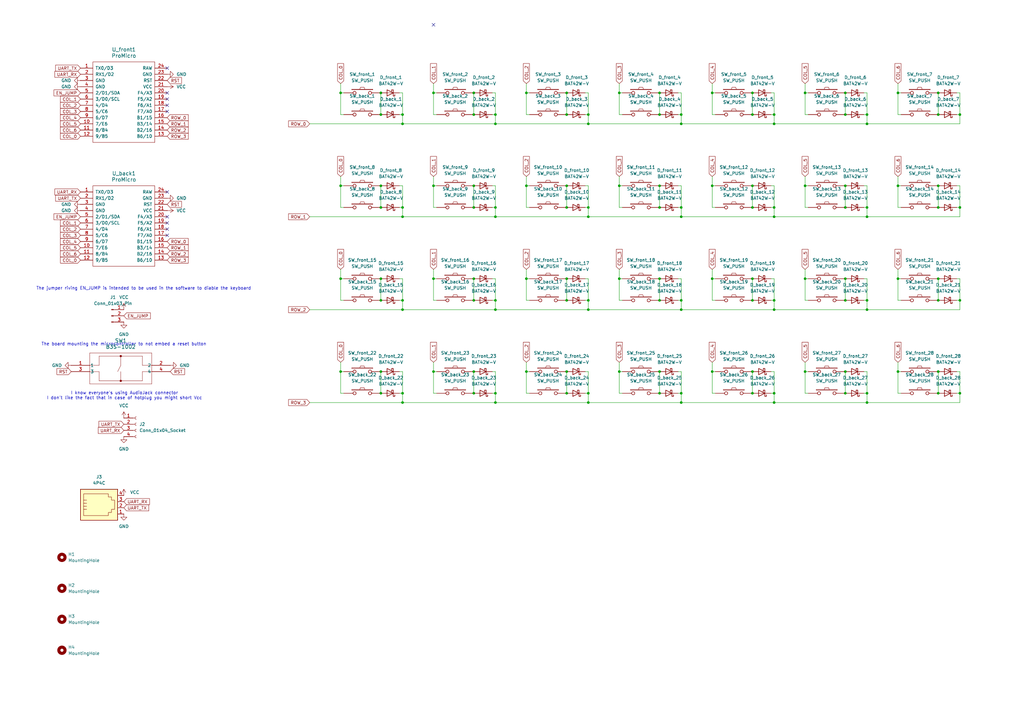
<source format=kicad_sch>
(kicad_sch (version 20231120) (generator "eeschema") (generator_version "8.0")
  (paper "A3")
  (junction (at 270.51 114.3))
  (junction (at 384.81 123.19))
  (junction (at 203.2 165.1))
  (junction (at 308.61 38.1))
  (junction (at 254 38.1))
  (junction (at 317.5 123.19))
  (junction (at 215.9 76.2))
  (junction (at 215.9 152.4))
  (junction (at 270.51 161.29))
  (junction (at 270.51 152.4))
  (junction (at 308.61 161.29))
  (junction (at 232.41 114.3))
  (junction (at 368.3 76.2))
  (junction (at 279.4 165.1))
  (junction (at 346.71 85.09))
  (junction (at 393.7 46.99))
  (junction (at 215.9 114.3))
  (junction (at 177.8 114.3))
  (junction (at 241.3 85.09))
  (junction (at 156.21 46.99))
  (junction (at 165.1 127))
  (junction (at 308.61 114.3))
  (junction (at 232.41 38.1))
  (junction (at 355.6 46.99))
  (junction (at 215.9 38.1))
  (junction (at 384.81 85.09))
  (junction (at 270.51 46.99))
  (junction (at 165.1 85.09))
  (junction (at 317.5 88.9))
  (junction (at 355.6 127))
  (junction (at 355.6 85.09))
  (junction (at 292.1 76.2))
  (junction (at 355.6 165.1))
  (junction (at 317.5 46.99))
  (junction (at 232.41 123.19))
  (junction (at 317.5 161.29))
  (junction (at 241.3 50.8))
  (junction (at 279.4 127))
  (junction (at 292.1 114.3))
  (junction (at 270.51 123.19))
  (junction (at 194.31 85.09))
  (junction (at 317.5 165.1))
  (junction (at 393.7 85.09))
  (junction (at 232.41 46.99))
  (junction (at 203.2 50.8))
  (junction (at 241.3 46.99))
  (junction (at 254 114.3))
  (junction (at 156.21 114.3))
  (junction (at 317.5 85.09))
  (junction (at 346.71 46.99))
  (junction (at 156.21 161.29))
  (junction (at 346.71 161.29))
  (junction (at 194.31 161.29))
  (junction (at 165.1 46.99))
  (junction (at 194.31 76.2))
  (junction (at 177.8 152.4))
  (junction (at 241.3 127))
  (junction (at 384.81 161.29))
  (junction (at 139.7 152.4))
  (junction (at 292.1 38.1))
  (junction (at 279.4 85.09))
  (junction (at 330.2 38.1))
  (junction (at 232.41 152.4))
  (junction (at 308.61 85.09))
  (junction (at 270.51 76.2))
  (junction (at 355.6 88.9))
  (junction (at 308.61 76.2))
  (junction (at 156.21 76.2))
  (junction (at 346.71 152.4))
  (junction (at 156.21 123.19))
  (junction (at 232.41 161.29))
  (junction (at 241.3 88.9))
  (junction (at 203.2 127))
  (junction (at 368.3 114.3))
  (junction (at 254 152.4))
  (junction (at 139.7 114.3))
  (junction (at 156.21 152.4))
  (junction (at 384.81 46.99))
  (junction (at 203.2 161.29))
  (junction (at 393.7 161.29))
  (junction (at 165.1 50.8))
  (junction (at 232.41 76.2))
  (junction (at 203.2 88.9))
  (junction (at 355.6 123.19))
  (junction (at 279.4 161.29))
  (junction (at 384.81 114.3))
  (junction (at 165.1 123.19))
  (junction (at 139.7 38.1))
  (junction (at 308.61 46.99))
  (junction (at 368.3 38.1))
  (junction (at 177.8 76.2))
  (junction (at 384.81 38.1))
  (junction (at 317.5 50.8))
  (junction (at 241.3 161.29))
  (junction (at 308.61 152.4))
  (junction (at 270.51 85.09))
  (junction (at 194.31 38.1))
  (junction (at 279.4 123.19))
  (junction (at 393.7 123.19))
  (junction (at 279.4 88.9))
  (junction (at 165.1 165.1))
  (junction (at 270.51 38.1))
  (junction (at 317.5 127))
  (junction (at 194.31 123.19))
  (junction (at 203.2 46.99))
  (junction (at 346.71 123.19))
  (junction (at 232.41 85.09))
  (junction (at 308.61 123.19))
  (junction (at 254 76.2))
  (junction (at 165.1 161.29))
  (junction (at 177.8 38.1))
  (junction (at 346.71 76.2))
  (junction (at 330.2 152.4))
  (junction (at 194.31 114.3))
  (junction (at 355.6 161.29))
  (junction (at 330.2 114.3))
  (junction (at 203.2 85.09))
  (junction (at 346.71 38.1))
  (junction (at 346.71 114.3))
  (junction (at 194.31 46.99))
  (junction (at 139.7 76.2))
  (junction (at 279.4 46.99))
  (junction (at 241.3 165.1))
  (junction (at 384.81 152.4))
  (junction (at 292.1 152.4))
  (junction (at 165.1 88.9))
  (junction (at 368.3 152.4))
  (junction (at 279.4 50.8))
  (junction (at 355.6 50.8))
  (junction (at 156.21 38.1))
  (junction (at 203.2 123.19))
  (junction (at 384.81 76.2))
  (junction (at 241.3 123.19))
  (junction (at 330.2 76.2))
  (junction (at 194.31 152.4))
  (junction (at 156.21 85.09))
  (no_connect (at 68.58 40.64))
  (no_connect (at 68.58 78.74))
  (no_connect (at 68.58 27.94))
  (no_connect (at 177.8 10.16))
  (no_connect (at 68.58 88.9))
  (no_connect (at 68.58 91.44))
  (no_connect (at 68.58 45.72))
  (no_connect (at 68.58 93.98))
  (no_connect (at 68.58 43.18))
  (no_connect (at 68.58 96.52))
  (no_connect (at 68.58 38.1))
  (wire (pts (xy 392.43 85.09) (xy 393.7 85.09)))
  (wire (pts (xy 316.23 38.1) (xy 317.5 38.1)))
  (wire (pts (xy 278.13 38.1) (xy 279.4 38.1)))
  (wire (pts (xy 165.1 76.2) (xy 165.1 85.09)))
  (wire (pts (xy 368.3 46.99) (xy 368.3 38.1)))
  (wire (pts (xy 215.9 34.29) (xy 215.9 38.1)))
  (wire (pts (xy 384.81 76.2) (xy 384.81 85.09)))
  (wire (pts (xy 308.61 38.1) (xy 308.61 46.99)))
  (wire (pts (xy 279.4 85.09) (xy 279.4 88.9)))
  (wire (pts (xy 316.23 123.19) (xy 317.5 123.19)))
  (wire (pts (xy 308.61 76.2) (xy 308.61 85.09)))
  (wire (pts (xy 140.97 38.1) (xy 139.7 38.1)))
  (wire (pts (xy 355.6 38.1) (xy 355.6 46.99)))
  (wire (pts (xy 279.4 46.99) (xy 279.4 50.8)))
  (wire (pts (xy 354.33 76.2) (xy 355.6 76.2)))
  (wire (pts (xy 369.57 161.29) (xy 368.3 161.29)))
  (wire (pts (xy 368.3 123.19) (xy 368.3 114.3)))
  (wire (pts (xy 331.47 152.4) (xy 330.2 152.4)))
  (wire (pts (xy 203.2 161.29) (xy 203.2 165.1)))
  (wire (pts (xy 215.9 110.49) (xy 215.9 114.3)))
  (wire (pts (xy 255.27 152.4) (xy 254 152.4)))
  (wire (pts (xy 279.4 38.1) (xy 279.4 46.99)))
  (wire (pts (xy 354.33 123.19) (xy 355.6 123.19)))
  (wire (pts (xy 140.97 161.29) (xy 139.7 161.29)))
  (wire (pts (xy 293.37 161.29) (xy 292.1 161.29)))
  (wire (pts (xy 293.37 85.09) (xy 292.1 85.09)))
  (wire (pts (xy 240.03 85.09) (xy 241.3 85.09)))
  (wire (pts (xy 292.1 72.39) (xy 292.1 76.2)))
  (wire (pts (xy 241.3 127) (xy 279.4 127)))
  (wire (pts (xy 317.5 50.8) (xy 355.6 50.8)))
  (wire (pts (xy 241.3 76.2) (xy 241.3 85.09)))
  (wire (pts (xy 293.37 114.3) (xy 292.1 114.3)))
  (wire (pts (xy 254 46.99) (xy 254 38.1)))
  (wire (pts (xy 165.1 165.1) (xy 203.2 165.1)))
  (wire (pts (xy 369.57 152.4) (xy 368.3 152.4)))
  (wire (pts (xy 279.4 127) (xy 317.5 127)))
  (wire (pts (xy 165.1 152.4) (xy 165.1 161.29)))
  (wire (pts (xy 279.4 152.4) (xy 279.4 161.29)))
  (wire (pts (xy 203.2 85.09) (xy 203.2 88.9)))
  (wire (pts (xy 279.4 50.8) (xy 317.5 50.8)))
  (wire (pts (xy 354.33 161.29) (xy 355.6 161.29)))
  (wire (pts (xy 279.4 88.9) (xy 317.5 88.9)))
  (wire (pts (xy 330.2 72.39) (xy 330.2 76.2)))
  (wire (pts (xy 392.43 161.29) (xy 393.7 161.29)))
  (wire (pts (xy 163.83 76.2) (xy 165.1 76.2)))
  (wire (pts (xy 392.43 76.2) (xy 393.7 76.2)))
  (wire (pts (xy 270.51 38.1) (xy 270.51 46.99)))
  (wire (pts (xy 292.1 85.09) (xy 292.1 76.2)))
  (wire (pts (xy 317.5 165.1) (xy 355.6 165.1)))
  (wire (pts (xy 331.47 85.09) (xy 330.2 85.09)))
  (wire (pts (xy 203.2 50.8) (xy 241.3 50.8)))
  (wire (pts (xy 203.2 123.19) (xy 203.2 127)))
  (wire (pts (xy 369.57 85.09) (xy 368.3 85.09)))
  (wire (pts (xy 217.17 152.4) (xy 215.9 152.4)))
  (wire (pts (xy 279.4 114.3) (xy 279.4 123.19)))
  (wire (pts (xy 165.1 88.9) (xy 203.2 88.9)))
  (wire (pts (xy 255.27 46.99) (xy 254 46.99)))
  (wire (pts (xy 241.3 85.09) (xy 241.3 88.9)))
  (wire (pts (xy 369.57 76.2) (xy 368.3 76.2)))
  (wire (pts (xy 393.7 161.29) (xy 393.7 165.1)))
  (wire (pts (xy 346.71 152.4) (xy 346.71 161.29)))
  (wire (pts (xy 355.6 76.2) (xy 355.6 85.09)))
  (wire (pts (xy 368.3 148.59) (xy 368.3 152.4)))
  (wire (pts (xy 127 88.9) (xy 165.1 88.9)))
  (wire (pts (xy 241.3 152.4) (xy 241.3 161.29)))
  (wire (pts (xy 392.43 46.99) (xy 393.7 46.99)))
  (wire (pts (xy 270.51 152.4) (xy 270.51 161.29)))
  (wire (pts (xy 201.93 114.3) (xy 203.2 114.3)))
  (wire (pts (xy 270.51 76.2) (xy 270.51 85.09)))
  (wire (pts (xy 241.3 38.1) (xy 241.3 46.99)))
  (wire (pts (xy 140.97 76.2) (xy 139.7 76.2)))
  (wire (pts (xy 293.37 152.4) (xy 292.1 152.4)))
  (wire (pts (xy 368.3 110.49) (xy 368.3 114.3)))
  (wire (pts (xy 255.27 38.1) (xy 254 38.1)))
  (wire (pts (xy 316.23 76.2) (xy 317.5 76.2)))
  (wire (pts (xy 279.4 161.29) (xy 279.4 165.1)))
  (wire (pts (xy 317.5 161.29) (xy 317.5 165.1)))
  (wire (pts (xy 330.2 148.59) (xy 330.2 152.4)))
  (wire (pts (xy 278.13 161.29) (xy 279.4 161.29)))
  (wire (pts (xy 179.07 85.09) (xy 177.8 85.09)))
  (wire (pts (xy 393.7 38.1) (xy 393.7 46.99)))
  (wire (pts (xy 254 110.49) (xy 254 114.3)))
  (wire (pts (xy 179.07 152.4) (xy 177.8 152.4)))
  (wire (pts (xy 355.6 152.4) (xy 355.6 161.29)))
  (wire (pts (xy 163.83 114.3) (xy 165.1 114.3)))
  (wire (pts (xy 203.2 152.4) (xy 203.2 161.29)))
  (wire (pts (xy 163.83 123.19) (xy 165.1 123.19)))
  (wire (pts (xy 355.6 161.29) (xy 355.6 165.1)))
  (wire (pts (xy 203.2 88.9) (xy 241.3 88.9)))
  (wire (pts (xy 194.31 38.1) (xy 194.31 46.99)))
  (wire (pts (xy 215.9 161.29) (xy 215.9 152.4)))
  (wire (pts (xy 240.03 152.4) (xy 241.3 152.4)))
  (wire (pts (xy 179.07 38.1) (xy 177.8 38.1)))
  (wire (pts (xy 393.7 85.09) (xy 393.7 88.9)))
  (wire (pts (xy 203.2 46.99) (xy 203.2 50.8)))
  (wire (pts (xy 279.4 165.1) (xy 317.5 165.1)))
  (wire (pts (xy 316.23 46.99) (xy 317.5 46.99)))
  (wire (pts (xy 240.03 38.1) (xy 241.3 38.1)))
  (wire (pts (xy 368.3 72.39) (xy 368.3 76.2)))
  (wire (pts (xy 179.07 46.99) (xy 177.8 46.99)))
  (wire (pts (xy 384.81 38.1) (xy 384.81 46.99)))
  (wire (pts (xy 177.8 34.29) (xy 177.8 38.1)))
  (wire (pts (xy 201.93 85.09) (xy 203.2 85.09)))
  (wire (pts (xy 177.8 148.59) (xy 177.8 152.4)))
  (wire (pts (xy 292.1 46.99) (xy 292.1 38.1)))
  (wire (pts (xy 179.07 161.29) (xy 177.8 161.29)))
  (wire (pts (xy 393.7 114.3) (xy 393.7 123.19)))
  (wire (pts (xy 316.23 85.09) (xy 317.5 85.09)))
  (wire (pts (xy 317.5 85.09) (xy 317.5 88.9)))
  (wire (pts (xy 177.8 85.09) (xy 177.8 76.2)))
  (wire (pts (xy 240.03 161.29) (xy 241.3 161.29)))
  (wire (pts (xy 346.71 38.1) (xy 346.71 46.99)))
  (wire (pts (xy 393.7 152.4) (xy 393.7 161.29)))
  (wire (pts (xy 179.07 123.19) (xy 177.8 123.19)))
  (wire (pts (xy 201.93 123.19) (xy 203.2 123.19)))
  (wire (pts (xy 330.2 34.29) (xy 330.2 38.1)))
  (wire (pts (xy 278.13 123.19) (xy 279.4 123.19)))
  (wire (pts (xy 203.2 165.1) (xy 241.3 165.1)))
  (wire (pts (xy 215.9 123.19) (xy 215.9 114.3)))
  (wire (pts (xy 165.1 50.8) (xy 203.2 50.8)))
  (wire (pts (xy 331.47 161.29) (xy 330.2 161.29)))
  (wire (pts (xy 278.13 114.3) (xy 279.4 114.3)))
  (wire (pts (xy 163.83 38.1) (xy 165.1 38.1)))
  (wire (pts (xy 165.1 85.09) (xy 165.1 88.9)))
  (wire (pts (xy 156.21 114.3) (xy 156.21 123.19)))
  (wire (pts (xy 368.3 85.09) (xy 368.3 76.2)))
  (wire (pts (xy 139.7 46.99) (xy 139.7 38.1)))
  (wire (pts (xy 156.21 76.2) (xy 156.21 85.09)))
  (wire (pts (xy 201.93 152.4) (xy 203.2 152.4)))
  (wire (pts (xy 163.83 46.99) (xy 165.1 46.99)))
  (wire (pts (xy 384.81 152.4) (xy 384.81 161.29)))
  (wire (pts (xy 254 34.29) (xy 254 38.1)))
  (wire (pts (xy 240.03 46.99) (xy 241.3 46.99)))
  (wire (pts (xy 317.5 76.2) (xy 317.5 85.09)))
  (wire (pts (xy 317.5 127) (xy 355.6 127)))
  (wire (pts (xy 177.8 110.49) (xy 177.8 114.3)))
  (wire (pts (xy 240.03 114.3) (xy 241.3 114.3)))
  (wire (pts (xy 384.81 114.3) (xy 384.81 123.19)))
  (wire (pts (xy 179.07 76.2) (xy 177.8 76.2)))
  (wire (pts (xy 355.6 50.8) (xy 393.7 50.8)))
  (wire (pts (xy 331.47 38.1) (xy 330.2 38.1)))
  (wire (pts (xy 201.93 38.1) (xy 203.2 38.1)))
  (wire (pts (xy 254 148.59) (xy 254 152.4)))
  (wire (pts (xy 139.7 161.29) (xy 139.7 152.4)))
  (wire (pts (xy 331.47 114.3) (xy 330.2 114.3)))
  (wire (pts (xy 330.2 161.29) (xy 330.2 152.4)))
  (wire (pts (xy 241.3 123.19) (xy 241.3 127)))
  (wire (pts (xy 232.41 38.1) (xy 232.41 46.99)))
  (wire (pts (xy 194.31 152.4) (xy 194.31 161.29)))
  (wire (pts (xy 201.93 161.29) (xy 203.2 161.29)))
  (wire (pts (xy 279.4 123.19) (xy 279.4 127)))
  (wire (pts (xy 270.51 114.3) (xy 270.51 123.19)))
  (wire (pts (xy 354.33 114.3) (xy 355.6 114.3)))
  (wire (pts (xy 177.8 46.99) (xy 177.8 38.1)))
  (wire (pts (xy 217.17 38.1) (xy 215.9 38.1)))
  (wire (pts (xy 316.23 161.29) (xy 317.5 161.29)))
  (wire (pts (xy 346.71 114.3) (xy 346.71 123.19)))
  (wire (pts (xy 215.9 72.39) (xy 215.9 76.2)))
  (wire (pts (xy 392.43 38.1) (xy 393.7 38.1)))
  (wire (pts (xy 140.97 114.3) (xy 139.7 114.3)))
  (wire (pts (xy 354.33 46.99) (xy 355.6 46.99)))
  (wire (pts (xy 201.93 76.2) (xy 203.2 76.2)))
  (wire (pts (xy 232.41 152.4) (xy 232.41 161.29)))
  (wire (pts (xy 140.97 85.09) (xy 139.7 85.09)))
  (wire (pts (xy 217.17 114.3) (xy 215.9 114.3)))
  (wire (pts (xy 355.6 88.9) (xy 393.7 88.9)))
  (wire (pts (xy 293.37 123.19) (xy 292.1 123.19)))
  (wire (pts (xy 255.27 85.09) (xy 254 85.09)))
  (wire (pts (xy 163.83 161.29) (xy 165.1 161.29)))
  (wire (pts (xy 165.1 114.3) (xy 165.1 123.19)))
  (wire (pts (xy 217.17 123.19) (xy 215.9 123.19)))
  (wire (pts (xy 293.37 46.99) (xy 292.1 46.99)))
  (wire (pts (xy 254 123.19) (xy 254 114.3)))
  (wire (pts (xy 255.27 161.29) (xy 254 161.29)))
  (wire (pts (xy 232.41 76.2) (xy 232.41 85.09)))
  (wire (pts (xy 165.1 161.29) (xy 165.1 165.1)))
  (wire (pts (xy 278.13 76.2) (xy 279.4 76.2)))
  (wire (pts (xy 255.27 76.2) (xy 254 76.2)))
  (wire (pts (xy 355.6 123.19) (xy 355.6 127)))
  (wire (pts (xy 139.7 85.09) (xy 139.7 76.2)))
  (wire (pts (xy 201.93 46.99) (xy 203.2 46.99)))
  (wire (pts (xy 217.17 76.2) (xy 215.9 76.2)))
  (wire (pts (xy 139.7 72.39) (xy 139.7 76.2)))
  (wire (pts (xy 139.7 148.59) (xy 139.7 152.4)))
  (wire (pts (xy 140.97 46.99) (xy 139.7 46.99)))
  (wire (pts (xy 317.5 114.3) (xy 317.5 123.19)))
  (wire (pts (xy 177.8 123.19) (xy 177.8 114.3)))
  (wire (pts (xy 331.47 46.99) (xy 330.2 46.99)))
  (wire (pts (xy 317.5 46.99) (xy 317.5 50.8)))
  (wire (pts (xy 217.17 85.09) (xy 215.9 85.09)))
  (wire (pts (xy 392.43 123.19) (xy 393.7 123.19)))
  (wire (pts (xy 177.8 72.39) (xy 177.8 76.2)))
  (wire (pts (xy 292.1 148.59) (xy 292.1 152.4)))
  (wire (pts (xy 165.1 46.99) (xy 165.1 50.8)))
  (wire (pts (xy 393.7 76.2) (xy 393.7 85.09)))
  (wire (pts (xy 279.4 76.2) (xy 279.4 85.09)))
  (wire (pts (xy 355.6 127) (xy 393.7 127)))
  (wire (pts (xy 278.13 46.99) (xy 279.4 46.99)))
  (wire (pts (xy 203.2 38.1) (xy 203.2 46.99)))
  (wire (pts (xy 308.61 114.3) (xy 308.61 123.19)))
  (wire (pts (xy 330.2 123.19) (xy 330.2 114.3)))
  (wire (pts (xy 330.2 110.49) (xy 330.2 114.3)))
  (wire (pts (xy 215.9 85.09) (xy 215.9 76.2)))
  (wire (pts (xy 139.7 110.49) (xy 139.7 114.3)))
  (wire (pts (xy 278.13 152.4) (xy 279.4 152.4)))
  (wire (pts (xy 140.97 152.4) (xy 139.7 152.4)))
  (wire (pts (xy 194.31 114.3) (xy 194.31 123.19)))
  (wire (pts (xy 369.57 114.3) (xy 368.3 114.3)))
  (wire (pts (xy 369.57 123.19) (xy 368.3 123.19)))
  (wire (pts (xy 215.9 46.99) (xy 215.9 38.1)))
  (wire (pts (xy 165.1 127) (xy 203.2 127)))
  (wire (pts (xy 240.03 123.19) (xy 241.3 123.19)))
  (wire (pts (xy 203.2 127) (xy 241.3 127)))
  (wire (pts (xy 331.47 76.2) (xy 330.2 76.2)))
  (wire (pts (xy 255.27 123.19) (xy 254 123.19)))
  (wire (pts (xy 254 72.39) (xy 254 76.2)))
  (wire (pts (xy 392.43 114.3) (xy 393.7 114.3)))
  (wire (pts (xy 203.2 76.2) (xy 203.2 85.09)))
  (wire (pts (xy 127 165.1) (xy 165.1 165.1)))
  (wire (pts (xy 241.3 161.29) (xy 241.3 165.1)))
  (wire (pts (xy 330.2 85.09) (xy 330.2 76.2)))
  (wire (pts (xy 354.33 38.1) (xy 355.6 38.1)))
  (wire (pts (xy 369.57 38.1) (xy 368.3 38.1)))
  (wire (pts (xy 215.9 148.59) (xy 215.9 152.4)))
  (wire (pts (xy 254 161.29) (xy 254 152.4)))
  (wire (pts (xy 354.33 85.09) (xy 355.6 85.09)))
  (wire (pts (xy 165.1 38.1) (xy 165.1 46.99)))
  (wire (pts (xy 346.71 76.2) (xy 346.71 85.09)))
  (wire (pts (xy 165.1 123.19) (xy 165.1 127)))
  (wire (pts (xy 354.33 152.4) (xy 355.6 152.4)))
  (wire (pts (xy 392.43 152.4) (xy 393.7 152.4)))
  (wire (pts (xy 241.3 46.99) (xy 241.3 50.8)))
  (wire (pts (xy 316.23 114.3) (xy 317.5 114.3)))
  (wire (pts (xy 317.5 123.19) (xy 317.5 127)))
  (wire (pts (xy 308.61 152.4) (xy 308.61 161.29)))
  (wire (pts (xy 139.7 34.29) (xy 139.7 38.1)))
  (wire (pts (xy 232.41 114.3) (xy 232.41 123.19)))
  (wire (pts (xy 292.1 161.29) (xy 292.1 152.4)))
  (wire (pts (xy 139.7 123.19) (xy 139.7 114.3)))
  (wire (pts (xy 241.3 50.8) (xy 279.4 50.8)))
  (wire (pts (xy 369.57 46.99) (xy 368.3 46.99)))
  (wire (pts (xy 203.2 114.3) (xy 203.2 123.19)))
  (wire (pts (xy 194.31 76.2) (xy 194.31 85.09)))
  (wire (pts (xy 241.3 88.9) (xy 279.4 88.9)))
  (wire (pts (xy 163.83 152.4) (xy 165.1 152.4)))
  (wire (pts (xy 240.03 76.2) (xy 241.3 76.2)))
  (wire (pts (xy 254 85.09) (xy 254 76.2)))
  (wire (pts (xy 217.17 161.29) (xy 215.9 161.29)))
  (wire (pts (xy 355.6 114.3) (xy 355.6 123.19)))
  (wire (pts (xy 293.37 38.1) (xy 292.1 38.1)))
  (wire (pts (xy 156.21 152.4) (xy 156.21 161.29)))
  (wire (pts (xy 393.7 46.99) (xy 393.7 50.8)))
  (wire (pts (xy 355.6 46.99) (xy 355.6 50.8)))
  (wire (pts (xy 163.83 85.09) (xy 165.1 85.09)))
  (wire (pts (xy 355.6 165.1) (xy 393.7 165.1)))
  (wire (pts (xy 278.13 85.09) (xy 279.4 85.09)))
  (wire (pts (xy 331.47 123.19) (xy 330.2 123.19)))
  (wire (pts (xy 292.1 123.19) (xy 292.1 114.3)))
  (wire (pts (xy 317.5 152.4) (xy 317.5 161.29)))
  (wire (pts (xy 140.97 123.19) (xy 139.7 123.19)))
  (wire (pts (xy 393.7 123.19) (xy 393.7 127)))
  (wire (pts (xy 241.3 165.1) (xy 279.4 165.1)))
  (wire (pts (xy 368.3 161.29) (xy 368.3 152.4)))
  (wire (pts (xy 368.3 34.29) (xy 368.3 38.1)))
  (wire (pts (xy 241.3 114.3) (xy 241.3 123.19)))
  (wire (pts (xy 217.17 46.99) (xy 215.9 46.99)))
  (wire (pts (xy 292.1 110.49) (xy 292.1 114.3)))
  (wire (pts (xy 127 50.8) (xy 165.1 50.8)))
  (wire (pts (xy 255.27 114.3) (xy 254 114.3)))
  (wire (pts (xy 330.2 46.99) (xy 330.2 38.1)))
  (wire (pts (xy 127 127) (xy 165.1 127)))
  (wire (pts (xy 316.23 152.4) (xy 317.5 152.4)))
  (wire (pts (xy 317.5 38.1) (xy 317.5 46.99)))
  (wire (pts (xy 317.5 88.9) (xy 355.6 88.9)))
  (wire (pts (xy 156.21 38.1) (xy 156.21 46.99)))
  (wire (pts (xy 292.1 34.29) (xy 292.1 38.1)))
  (wire (pts (xy 179.07 114.3) (xy 177.8 114.3)))
  (wire (pts (xy 177.8 161.29) (xy 177.8 152.4)))
  (wire (pts (xy 293.37 76.2) (xy 292.1 76.2)))
  (wire (pts (xy 355.6 85.09) (xy 355.6 88.9)))
  (text "The board mounting the microcontroller to not embed a reset button" (at 50.8 141.224 0) (effects (font (size 1.27 1.27))))
  (text "I know everyone's using AudioJack connector\nI don't like the fact that in case of hotplug you might short Vcc" (at 51.054 162.306 0) (effects (font (size 1.27 1.27))))
  (text "The jumper riving EN_JUMP is intended to be used in the software to diable the keyboard" (at 58.928 118.364 0) (effects (font (size 1.27 1.27))))
  (global_label "COL_1" (shape input) (at 33.02 91.44 180) (property "Intersheetrefs" "${INTERSHEET_REFS}" (effects (hide yes))))
  (global_label "COL_0" (shape input) (at 139.7 110.49 90) (property "Intersheetrefs" "${INTERSHEET_REFS}" (effects (hide yes))))
  (global_label "UART_TX" (shape input) (at 33.02 27.94 180) (property "Intersheetrefs" "${INTERSHEET_REFS}" (effects (hide yes))))
  (global_label "ROW_0" (shape input) (at 68.58 48.26 0) (property "Intersheetrefs" "${INTERSHEET_REFS}" (effects (hide yes))))
  (global_label "COL_5" (shape input) (at 330.2 34.29 90) (property "Intersheetrefs" "${INTERSHEET_REFS}" (effects (hide yes))))
  (global_label "COL_3" (shape input) (at 254 110.49 90) (property "Intersheetrefs" "${INTERSHEET_REFS}" (effects (hide yes))))
  (global_label "UART_TX" (shape input) (at 50.8 208.28 0) (property "Intersheetrefs" "${INTERSHEET_REFS}" (effects (hide yes))))
  (global_label "ROW_3" (shape input) (at 127 165.1 180) (property "Intersheetrefs" "${INTERSHEET_REFS}" (effects (hide yes))))
  (global_label "COL_5" (shape input) (at 33.02 50.8 180) (property "Intersheetrefs" "${INTERSHEET_REFS}" (effects (hide yes))))
  (global_label "RST" (shape input) (at 68.58 33.02 0) (property "Intersheetrefs" "${INTERSHEET_REFS}" (effects (hide yes))))
  (global_label "COL_2" (shape input) (at 215.9 72.39 90) (property "Intersheetrefs" "${INTERSHEET_REFS}" (effects (hide yes))))
  (global_label "UART_TX" (shape input) (at 33.02 81.28 180) (property "Intersheetrefs" "${INTERSHEET_REFS}" (effects (hide yes))))
  (global_label "COL_5" (shape input) (at 330.2 110.49 90) (property "Intersheetrefs" "${INTERSHEET_REFS}" (effects (hide yes))))
  (global_label "COL_6" (shape input) (at 33.02 104.14 180) (property "Intersheetrefs" "${INTERSHEET_REFS}" (effects (hide yes))))
  (global_label "COL_5" (shape input) (at 330.2 72.39 90) (property "Intersheetrefs" "${INTERSHEET_REFS}" (effects (hide yes))))
  (global_label "COL_1" (shape input) (at 177.8 72.39 90) (property "Intersheetrefs" "${INTERSHEET_REFS}" (effects (hide yes))))
  (global_label "COL_3" (shape input) (at 33.02 96.52 180) (property "Intersheetrefs" "${INTERSHEET_REFS}" (effects (hide yes))))
  (global_label "COL_1" (shape input) (at 177.8 34.29 90) (property "Intersheetrefs" "${INTERSHEET_REFS}" (effects (hide yes))))
  (global_label "EN_JUMP" (shape input) (at 33.02 38.1 180) (property "Intersheetrefs" "${INTERSHEET_REFS}" (effects (hide yes))))
  (global_label "UART_TX" (shape input) (at 50.8 173.99 180) (property "Intersheetrefs" "${INTERSHEET_REFS}" (effects (hide yes))))
  (global_label "COL_4" (shape input) (at 292.1 34.29 90) (property "Intersheetrefs" "${INTERSHEET_REFS}" (effects (hide yes))))
  (global_label "ROW_2" (shape input) (at 127 127 180) (property "Intersheetrefs" "${INTERSHEET_REFS}" (effects (hide yes))))
  (global_label "COL_6" (shape input) (at 33.02 53.34 180) (property "Intersheetrefs" "${INTERSHEET_REFS}" (effects (hide yes))))
  (global_label "COL_2" (shape input) (at 215.9 110.49 90) (property "Intersheetrefs" "${INTERSHEET_REFS}" (effects (hide yes))))
  (global_label "COL_4" (shape input) (at 292.1 72.39 90) (property "Intersheetrefs" "${INTERSHEET_REFS}" (effects (hide yes))))
  (global_label "ROW_1" (shape input) (at 127 88.9 180) (property "Intersheetrefs" "${INTERSHEET_REFS}" (effects (hide yes))))
  (global_label "COL_3" (shape input) (at 254 148.59 90) (property "Intersheetrefs" "${INTERSHEET_REFS}" (effects (hide yes))))
  (global_label "COL_4" (shape input) (at 33.02 48.26 180) (property "Intersheetrefs" "${INTERSHEET_REFS}" (effects (hide yes))))
  (global_label "COL_0" (shape input) (at 139.7 148.59 90) (property "Intersheetrefs" "${INTERSHEET_REFS}" (effects (hide yes))))
  (global_label "COL_4" (shape input) (at 33.02 99.06 180) (property "Intersheetrefs" "${INTERSHEET_REFS}" (effects (hide yes))))
  (global_label "ROW_0" (shape input) (at 68.58 99.06 0) (property "Intersheetrefs" "${INTERSHEET_REFS}" (effects (hide yes))))
  (global_label "RST" (shape input) (at 69.85 152.4 0) (property "Intersheetrefs" "${INTERSHEET_REFS}" (effects (hide yes))))
  (global_label "ROW_1" (shape input) (at 68.58 50.8 0) (property "Intersheetrefs" "${INTERSHEET_REFS}" (effects (hide yes))))
  (global_label "EN_JUMP" (shape input) (at 50.8 129.54 0) (property "Intersheetrefs" "${INTERSHEET_REFS}" (effects (hide yes))))
  (global_label "ROW_1" (shape input) (at 68.58 101.6 0) (property "Intersheetrefs" "${INTERSHEET_REFS}" (effects (hide yes))))
  (global_label "UART_RX" (shape input) (at 50.8 176.53 180) (property "Intersheetrefs" "${INTERSHEET_REFS}" (effects (hide yes))))
  (global_label "UART_RX" (shape input) (at 50.8 205.74 0) (property "Intersheetrefs" "${INTERSHEET_REFS}" (effects (hide yes))))
  (global_label "ROW_0" (shape input) (at 127 50.8 180) (property "Intersheetrefs" "${INTERSHEET_REFS}" (effects (hide yes))))
  (global_label "COL_3" (shape input) (at 254 34.29 90) (property "Intersheetrefs" "${INTERSHEET_REFS}" (effects (hide yes))))
  (global_label "COL_6" (shape input) (at 368.3 72.39 90) (property "Intersheetrefs" "${INTERSHEET_REFS}" (effects (hide yes))))
  (global_label "RST" (shape input) (at 29.21 152.4 180) (property "Intersheetrefs" "${INTERSHEET_REFS}" (effects (hide yes))))
  (global_label "COL_5" (shape input) (at 330.2 148.59 90) (property "Intersheetrefs" "${INTERSHEET_REFS}" (effects (hide yes))))
  (global_label "ROW_2" (shape input) (at 68.58 53.34 0) (property "Intersheetrefs" "${INTERSHEET_REFS}" (effects (hide yes))))
  (global_label "COL_4" (shape input) (at 292.1 148.59 90) (property "Intersheetrefs" "${INTERSHEET_REFS}" (effects (hide yes))))
  (global_label "COL_5" (shape input) (at 33.02 101.6 180) (property "Intersheetrefs" "${INTERSHEET_REFS}" (effects (hide yes))))
  (global_label "COL_2" (shape input) (at 33.02 43.18 180) (property "Intersheetrefs" "${INTERSHEET_REFS}" (effects (hide yes))))
  (global_label "COL_2" (shape input) (at 33.02 93.98 180) (property "Intersheetrefs" "${INTERSHEET_REFS}" (effects (hide yes))))
  (global_label "COL_1" (shape input) (at 177.8 110.49 90) (property "Intersheetrefs" "${INTERSHEET_REFS}" (effects (hide yes))))
  (global_label "COL_6" (shape input) (at 368.3 148.59 90) (property "Intersheetrefs" "${INTERSHEET_REFS}" (effects (hide yes))))
  (global_label "COL_3" (shape input) (at 254 72.39 90) (property "Intersheetrefs" "${INTERSHEET_REFS}" (effects (hide yes))))
  (global_label "COL_6" (shape input) (at 368.3 110.49 90) (property "Intersheetrefs" "${INTERSHEET_REFS}" (effects (hide yes))))
  (global_label "UART_RX" (shape input) (at 33.02 30.48 180) (property "Intersheetrefs" "${INTERSHEET_REFS}" (effects (hide yes))))
  (global_label "COL_1" (shape input) (at 33.02 40.64 180) (property "Intersheetrefs" "${INTERSHEET_REFS}" (effects (hide yes))))
  (global_label "COL_0" (shape input) (at 33.02 55.88 180) (property "Intersheetrefs" "${INTERSHEET_REFS}" (effects (hide yes))))
  (global_label "COL_3" (shape input) (at 33.02 45.72 180) (property "Intersheetrefs" "${INTERSHEET_REFS}" (effects (hide yes))))
  (global_label "COL_1" (shape input) (at 177.8 148.59 90) (property "Intersheetrefs" "${INTERSHEET_REFS}" (effects (hide yes))))
  (global_label "ROW_3" (shape input) (at 68.58 55.88 0) (property "Intersheetrefs" "${INTERSHEET_REFS}" (effects (hide yes))))
  (global_label "COL_6" (shape input) (at 368.3 34.29 90) (property "Intersheetrefs" "${INTERSHEET_REFS}" (effects (hide yes))))
  (global_label "EN_JUMP" (shape input) (at 33.02 88.9 180) (property "Intersheetrefs" "${INTERSHEET_REFS}" (effects (hide yes))))
  (global_label "COL_0" (shape input) (at 139.7 34.29 90) (property "Intersheetrefs" "${INTERSHEET_REFS}" (effects (hide yes))))
  (global_label "COL_4" (shape input) (at 292.1 110.49 90) (property "Intersheetrefs" "${INTERSHEET_REFS}" (effects (hide yes))))
  (global_label "ROW_3" (shape input) (at 68.58 106.68 0) (property "Intersheetrefs" "${INTERSHEET_REFS}" (effects (hide yes))))
  (global_label "COL_0" (shape input) (at 33.02 106.68 180) (property "Intersheetrefs" "${INTERSHEET_REFS}" (effects (hide yes))))
  (global_label "COL_0" (shape input) (at 139.7 72.39 90) (property "Intersheetrefs" "${INTERSHEET_REFS}" (effects (hide yes))))
  (global_label "COL_2" (shape input) (at 215.9 34.29 90) (property "Intersheetrefs" "${INTERSHEET_REFS}" (effects (hide yes))))
  (global_label "RST" (shape input) (at 68.58 83.82 0) (property "Intersheetrefs" "${INTERSHEET_REFS}" (effects (hide yes))))
  (global_label "COL_2" (shape input) (at 215.9 148.59 90) (property "Intersheetrefs" "${INTERSHEET_REFS}" (effects (hide yes))))
  (global_label "UART_RX" (shape input) (at 33.02 78.74 180) (property "Intersheetrefs" "${INTERSHEET_REFS}" (effects (hide yes))))
  (global_label "ROW_2" (shape input) (at 68.58 104.14 0) (property "Intersheetrefs" "${INTERSHEET_REFS}" (effects (hide yes))))
  (symbol (lib_id "Diode:BAT42W-V") (at 160.02 85.09 180) (unit 1)
    (property "Reference" "D_back_8" (at 160.3375 78.74 0))
    (property "Value" "BAT42W-V" (at 160.3375 81.28 0))
    (property "Footprint" "Diode_SMD:D_SOD-123" (effects (hide yes)))
    (property "Datasheet" "http://www.vishay.com/docs/85660/bat42.pdf" (effects (hide yes)))
    (property "Description" "30V 0.2A Small Signal Schottky diode, SOD-123" (effects (hide yes)))
  )
  (symbol (lib_id "Diode:BAT42W-V") (at 350.52 76.2 180) (unit 1)
    (property "Reference" "D_front_13" (at 350.8375 69.85 0))
    (property "Value" "BAT42W-V" (at 350.8375 72.39 0))
    (property "Footprint" "Diode_SMD:D_SOD-123" (effects (hide yes)))
    (property "Datasheet" "http://www.vishay.com/docs/85660/bat42.pdf" (effects (hide yes)))
    (property "Description" "30V 0.2A Small Signal Schottky diode, SOD-123" (effects (hide yes)))
  )
  (symbol (lib_id "Mechanical:MountingHole") (at 25.4 228.6 0) (unit 1) (exclude_from_sim yes) (in_bom no)
    (property "Reference" "H1" (at 27.94 227.3299 0) (effects (justify left)))
    (property "Value" "MountingHole" (at 27.94 229.8699 0) (effects (justify left)))
    (property "Footprint" "MountingHole:MountingHole_3mm_Pad_Via" (effects (hide yes)))
    (property "Description" "Mounting Hole without connection" (effects (hide yes)))
  )
  (symbol (lib_id "Connector:Conn_01x03_Pin") (at 45.72 129.54 0) (unit 1)
    (property "Reference" "J1" (at 46.355 121.92 0))
    (property "Value" "Conn_01x03_Pin" (at 46.355 124.46 0))
    (property "Footprint" "Connector_PinHeader_2.54mm:PinHeader_1x03_P2.54mm_Vertical" (effects (hide yes)))
    (property "Description" "Generic connector, single row, 01x03, script generated" (effects (hide yes)))
  )
  (symbol (lib_id "kbd:SW_PUSH") (at 262.89 38.1 0) (unit 1)
    (property "Reference" "SW_front_4" (at 262.89 30.48 0))
    (property "Value" "SW_PUSH" (at 262.89 33.02 0))
    (property "Footprint" "kbd:keyswitch_gateron_low_profile_hotswap_1u" (effects (hide yes)))
  )
  (symbol (lib_id "power:GND") (at 33.02 86.36 270) (unit 1)
    (property "Reference" "#PWR04" (effects (hide yes)))
    (property "Value" "GND" (at 29.21 86.3599 90) (effects (justify right)))
    (property "Description" "Power symbol creates a global label with name \"GND\" , ground" (effects (hide yes)))
  )
  (symbol (lib_id "kbd:SW_PUSH") (at 224.79 38.1 0) (unit 1)
    (property "Reference" "SW_front_3" (at 224.79 30.48 0))
    (property "Value" "SW_PUSH" (at 224.79 33.02 0))
    (property "Footprint" "kbd:keyswitch_gateron_low_profile_hotswap_1u" (effects (hide yes)))
  )
  (symbol (lib_id "kbd:SW_PUSH") (at 186.69 46.99 0) (unit 1)
    (property "Reference" "SW_back_2" (at 186.69 39.37 0))
    (property "Value" "SW_PUSH" (at 186.69 41.91 0))
    (property "Footprint" "kbd:keyswitch_gateron_low_profile_hotswap_1u" (effects (hide yes)))
  )
  (symbol (lib_id "Diode:BAT42W-V") (at 274.32 85.09 180) (unit 1)
    (property "Reference" "D_back_11" (at 274.6375 78.74 0))
    (property "Value" "BAT42W-V" (at 274.6375 81.28 0))
    (property "Footprint" "Diode_SMD:D_SOD-123" (effects (hide yes)))
    (property "Datasheet" "http://www.vishay.com/docs/85660/bat42.pdf" (effects (hide yes)))
    (property "Description" "30V 0.2A Small Signal Schottky diode, SOD-123" (effects (hide yes)))
  )
  (symbol (lib_id "kbd:SW_PUSH") (at 262.89 114.3 0) (unit 1)
    (property "Reference" "SW_front_18" (at 262.89 106.68 0))
    (property "Value" "SW_PUSH" (at 262.89 109.22 0))
    (property "Footprint" "kbd:keyswitch_gateron_low_profile_hotswap_1u" (effects (hide yes)))
  )
  (symbol (lib_id "Diode:BAT42W-V") (at 350.52 114.3 180) (unit 1)
    (property "Reference" "D_front_20" (at 350.8375 107.95 0))
    (property "Value" "BAT42W-V" (at 350.8375 110.49 0))
    (property "Footprint" "Diode_SMD:D_SOD-123" (effects (hide yes)))
    (property "Datasheet" "http://www.vishay.com/docs/85660/bat42.pdf" (effects (hide yes)))
    (property "Description" "30V 0.2A Small Signal Schottky diode, SOD-123" (effects (hide yes)))
  )
  (symbol (lib_id "Diode:BAT42W-V") (at 274.32 123.19 180) (unit 1)
    (property "Reference" "D_back_18" (at 274.6375 116.84 0))
    (property "Value" "BAT42W-V" (at 274.6375 119.38 0))
    (property "Footprint" "Diode_SMD:D_SOD-123" (effects (hide yes)))
    (property "Datasheet" "http://www.vishay.com/docs/85660/bat42.pdf" (effects (hide yes)))
    (property "Description" "30V 0.2A Small Signal Schottky diode, SOD-123" (effects (hide yes)))
  )
  (symbol (lib_id "kbd:SW_PUSH") (at 377.19 85.09 0) (unit 1)
    (property "Reference" "SW_back_14" (at 377.19 77.47 0))
    (property "Value" "SW_PUSH" (at 377.19 80.01 0))
    (property "Footprint" "kbd:keyswitch_gateron_low_profile_hotswap_1u" (effects (hide yes)))
  )
  (symbol (lib_id "power:GND") (at 50.8 132.08 0) (unit 1)
    (property "Reference" "#PWR012" (effects (hide yes)))
    (property "Value" "GND" (at 50.8 137.16 0))
    (property "Description" "Power symbol creates a global label with name \"GND\" , ground" (effects (hide yes)))
  )
  (symbol (lib_id "kbd:SW_PUSH") (at 148.59 76.2 0) (unit 1)
    (property "Reference" "SW_front_8" (at 148.59 68.58 0))
    (property "Value" "SW_PUSH" (at 148.59 71.12 0))
    (property "Footprint" "kbd:keyswitch_gateron_low_profile_hotswap_1u" (effects (hide yes)))
  )
  (symbol (lib_id "B3S-1002:B3S-1002") (at 29.21 149.86 0) (unit 1)
    (property "Reference" "SW1" (at 49.53 139.7 0) (effects (font (size 1.524 1.524))))
    (property "Value" "B3S-1002" (at 49.53 142.24 0) (effects (font (size 1.524 1.524))))
    (property "Footprint" "B3S-1002:SW_B3S-1000_OMR" (effects (hide yes)))
    (property "Datasheet" "B3S-1002" (effects (hide yes)))
  )
  (symbol (lib_id "Diode:BAT42W-V") (at 160.02 76.2 180) (unit 1)
    (property "Reference" "D_front_8" (at 160.3375 69.85 0))
    (property "Value" "BAT42W-V" (at 160.3375 72.39 0))
    (property "Footprint" "Diode_SMD:D_SOD-123" (effects (hide yes)))
    (property "Datasheet" "http://www.vishay.com/docs/85660/bat42.pdf" (effects (hide yes)))
    (property "Description" "30V 0.2A Small Signal Schottky diode, SOD-123" (effects (hide yes)))
  )
  (symbol (lib_id "Diode:BAT42W-V") (at 236.22 114.3 180) (unit 1)
    (property "Reference" "D_front_17" (at 236.5375 107.95 0))
    (property "Value" "BAT42W-V" (at 236.5375 110.49 0))
    (property "Footprint" "Diode_SMD:D_SOD-123" (effects (hide yes)))
    (property "Datasheet" "http://www.vishay.com/docs/85660/bat42.pdf" (effects (hide yes)))
    (property "Description" "30V 0.2A Small Signal Schottky diode, SOD-123" (effects (hide yes)))
  )
  (symbol (lib_id "power:GND") (at 68.58 81.28 90) (unit 1)
    (property "Reference" "#PWR06" (effects (hide yes)))
    (property "Value" "GND" (at 72.39 81.2799 90) (effects (justify right)))
    (property "Description" "Power symbol creates a global label with name \"GND\" , ground" (effects (hide yes)))
  )
  (symbol (lib_id "kbd:SW_PUSH") (at 262.89 46.99 0) (unit 1)
    (property "Reference" "SW_back_4" (at 262.89 39.37 0))
    (property "Value" "SW_PUSH" (at 262.89 41.91 0))
    (property "Footprint" "kbd:keyswitch_gateron_low_profile_hotswap_1u" (effects (hide yes)))
  )
  (symbol (lib_id "Diode:BAT42W-V") (at 198.12 152.4 180) (unit 1)
    (property "Reference" "D_front_23" (at 198.4375 146.05 0))
    (property "Value" "BAT42W-V" (at 198.4375 148.59 0))
    (property "Footprint" "Diode_SMD:D_SOD-123" (effects (hide yes)))
    (property "Datasheet" "http://www.vishay.com/docs/85660/bat42.pdf" (effects (hide yes)))
    (property "Description" "30V 0.2A Small Signal Schottky diode, SOD-123" (effects (hide yes)))
  )
  (symbol (lib_id "power:VCC") (at 68.58 35.56 270) (unit 1)
    (property "Reference" "#PWR010" (effects (hide yes)))
    (property "Value" "VCC" (at 72.39 35.5599 90) (effects (justify left)))
    (property "Description" "Power symbol creates a global label with name \"VCC\"" (effects (hide yes)))
  )
  (symbol (lib_id "kbd:SW_PUSH") (at 148.59 46.99 0) (unit 1)
    (property "Reference" "SW_back_1" (at 148.59 39.37 0))
    (property "Value" "SW_PUSH" (at 148.59 41.91 0))
    (property "Footprint" "kbd:keyswitch_gateron_low_profile_hotswap_1u" (effects (hide yes)))
  )
  (symbol (lib_id "kbd:SW_PUSH") (at 300.99 38.1 0) (unit 1)
    (property "Reference" "SW_front_5" (at 300.99 30.48 0))
    (property "Value" "SW_PUSH" (at 300.99 33.02 0))
    (property "Footprint" "kbd:keyswitch_gateron_low_profile_hotswap_1u" (effects (hide yes)))
  )
  (symbol (lib_id "Diode:BAT42W-V") (at 312.42 38.1 180) (unit 1)
    (property "Reference" "D_front_5" (at 312.7375 31.75 0))
    (property "Value" "BAT42W-V" (at 312.7375 34.29 0))
    (property "Footprint" "Diode_SMD:D_SOD-123" (effects (hide yes)))
    (property "Datasheet" "http://www.vishay.com/docs/85660/bat42.pdf" (effects (hide yes)))
    (property "Description" "30V 0.2A Small Signal Schottky diode, SOD-123" (effects (hide yes)))
  )
  (symbol (lib_id "Diode:BAT42W-V") (at 350.52 152.4 180) (unit 1)
    (property "Reference" "D_front_27" (at 350.8375 146.05 0))
    (property "Value" "BAT42W-V" (at 350.8375 148.59 0))
    (property "Footprint" "Diode_SMD:D_SOD-123" (effects (hide yes)))
    (property "Datasheet" "http://www.vishay.com/docs/85660/bat42.pdf" (effects (hide yes)))
    (property "Description" "30V 0.2A Small Signal Schottky diode, SOD-123" (effects (hide yes)))
  )
  (symbol (lib_id "kbd:SW_PUSH") (at 339.09 76.2 0) (unit 1)
    (property "Reference" "SW_front_13" (at 339.09 68.58 0))
    (property "Value" "SW_PUSH" (at 339.09 71.12 0))
    (property "Footprint" "kbd:keyswitch_gateron_low_profile_hotswap_1u" (effects (hide yes)))
  )
  (symbol (lib_id "Diode:BAT42W-V") (at 236.22 38.1 180) (unit 1)
    (property "Reference" "D_front_3" (at 236.5375 31.75 0))
    (property "Value" "BAT42W-V" (at 236.5375 34.29 0))
    (property "Footprint" "Diode_SMD:D_SOD-123" (effects (hide yes)))
    (property "Datasheet" "http://www.vishay.com/docs/85660/bat42.pdf" (effects (hide yes)))
    (property "Description" "30V 0.2A Small Signal Schottky diode, SOD-123" (effects (hide yes)))
  )
  (symbol (lib_id "Mechanical:MountingHole") (at 25.4 254 0) (unit 1) (exclude_from_sim yes) (in_bom no)
    (property "Reference" "H3" (at 27.94 252.7299 0) (effects (justify left)))
    (property "Value" "MountingHole" (at 27.94 255.2699 0) (effects (justify left)))
    (property "Footprint" "MountingHole:MountingHole_3mm_Pad_Via" (effects (hide yes)))
    (property "Description" "Mounting Hole without connection" (effects (hide yes)))
  )
  (symbol (lib_id "Diode:BAT42W-V") (at 198.12 114.3 180) (unit 1)
    (property "Reference" "D_front_16" (at 198.4375 107.95 0))
    (property "Value" "BAT42W-V" (at 198.4375 110.49 0))
    (property "Footprint" "Diode_SMD:D_SOD-123" (effects (hide yes)))
    (property "Datasheet" "http://www.vishay.com/docs/85660/bat42.pdf" (effects (hide yes)))
    (property "Description" "30V 0.2A Small Signal Schottky diode, SOD-123" (effects (hide yes)))
  )
  (symbol (lib_id "power:GND") (at 29.21 149.86 270) (unit 1)
    (property "Reference" "#PWR013" (effects (hide yes)))
    (property "Value" "GND" (at 25.4 149.8599 90) (effects (justify right)))
    (property "Description" "Power symbol creates a global label with name \"GND\" , ground" (effects (hide yes)))
  )
  (symbol (lib_id "kbd:SW_PUSH") (at 224.79 152.4 0) (unit 1)
    (property "Reference" "SW_front_24" (at 224.79 144.78 0))
    (property "Value" "SW_PUSH" (at 224.79 147.32 0))
    (property "Footprint" "kbd:keyswitch_gateron_low_profile_hotswap_1u" (effects (hide yes)))
  )
  (symbol (lib_id "Diode:BAT42W-V") (at 160.02 123.19 180) (unit 1)
    (property "Reference" "D_back_15" (at 160.3375 116.84 0))
    (property "Value" "BAT42W-V" (at 160.3375 119.38 0))
    (property "Footprint" "Diode_SMD:D_SOD-123" (effects (hide yes)))
    (property "Datasheet" "http://www.vishay.com/docs/85660/bat42.pdf" (effects (hide yes)))
    (property "Description" "30V 0.2A Small Signal Schottky diode, SOD-123" (effects (hide yes)))
  )
  (symbol (lib_id "kbd:SW_PUSH") (at 339.09 152.4 0) (unit 1)
    (property "Reference" "SW_front_27" (at 339.09 144.78 0))
    (property "Value" "SW_PUSH" (at 339.09 147.32 0))
    (property "Footprint" "kbd:keyswitch_gateron_low_profile_hotswap_1u" (effects (hide yes)))
  )
  (symbol (lib_id "kbd:SW_PUSH") (at 262.89 123.19 0) (unit 1)
    (property "Reference" "SW_back_18" (at 262.89 115.57 0))
    (property "Value" "SW_PUSH" (at 262.89 118.11 0))
    (property "Footprint" "kbd:keyswitch_gateron_low_profile_hotswap_1u" (effects (hide yes)))
  )
  (symbol (lib_id "Diode:BAT42W-V") (at 388.62 46.99 180) (unit 1)
    (property "Reference" "D_back_7" (at 388.9375 40.64 0))
    (property "Value" "BAT42W-V" (at 388.9375 43.18 0))
    (property "Footprint" "Diode_SMD:D_SOD-123" (effects (hide yes)))
    (property "Datasheet" "http://www.vishay.com/docs/85660/bat42.pdf" (effects (hide yes)))
    (property "Description" "30V 0.2A Small Signal Schottky diode, SOD-123" (effects (hide yes)))
  )
  (symbol (lib_id "kbd:SW_PUSH") (at 148.59 38.1 0) (unit 1)
    (property "Reference" "SW_front_1" (at 148.59 30.48 0))
    (property "Value" "SW_PUSH" (at 148.59 33.02 0))
    (property "Footprint" "kbd:keyswitch_gateron_low_profile_hotswap_1u" (effects (hide yes)))
  )
  (symbol (lib_id "kbd:SW_PUSH") (at 262.89 152.4 0) (unit 1)
    (property "Reference" "SW_front_25" (at 262.89 144.78 0))
    (property "Value" "SW_PUSH" (at 262.89 147.32 0))
    (property "Footprint" "kbd:keyswitch_gateron_low_profile_hotswap_1u" (effects (hide yes)))
  )
  (symbol (lib_id "kbd:SW_PUSH") (at 186.69 76.2 0) (unit 1)
    (property "Reference" "SW_front_9" (at 186.69 68.58 0))
    (property "Value" "SW_PUSH" (at 186.69 71.12 0))
    (property "Footprint" "kbd:keyswitch_gateron_low_profile_hotswap_1u" (effects (hide yes)))
  )
  (symbol (lib_id "kbd:SW_PUSH") (at 339.09 85.09 0) (unit 1)
    (property "Reference" "SW_back_13" (at 339.09 77.47 0))
    (property "Value" "SW_PUSH" (at 339.09 80.01 0))
    (property "Footprint" "kbd:keyswitch_gateron_low_profile_hotswap_1u" (effects (hide yes)))
  )
  (symbol (lib_id "Diode:BAT42W-V") (at 350.52 46.99 180) (unit 1)
    (property "Reference" "D_back_6" (at 350.8375 40.64 0))
    (property "Value" "BAT42W-V" (at 350.8375 43.18 0))
    (property "Footprint" "Diode_SMD:D_SOD-123" (effects (hide yes)))
    (property "Datasheet" "http://www.vishay.com/docs/85660/bat42.pdf" (effects (hide yes)))
    (property "Description" "30V 0.2A Small Signal Schottky diode, SOD-123" (effects (hide yes)))
  )
  (symbol (lib_id "kbd:SW_PUSH") (at 186.69 161.29 0) (unit 1)
    (property "Reference" "SW_back_23" (at 186.69 153.67 0))
    (property "Value" "SW_PUSH" (at 186.69 156.21 0))
    (property "Footprint" "kbd:keyswitch_gateron_low_profile_hotswap_1u" (effects (hide yes)))
  )
  (symbol (lib_id "Diode:BAT42W-V") (at 236.22 85.09 180) (unit 1)
    (property "Reference" "D_back_10" (at 236.5375 78.74 0))
    (property "Value" "BAT42W-V" (at 236.5375 81.28 0))
    (property "Footprint" "Diode_SMD:D_SOD-123" (effects (hide yes)))
    (property "Datasheet" "http://www.vishay.com/docs/85660/bat42.pdf" (effects (hide yes)))
    (property "Description" "30V 0.2A Small Signal Schottky diode, SOD-123" (effects (hide yes)))
  )
  (symbol (lib_id "kbd:SW_PUSH") (at 339.09 46.99 0) (unit 1)
    (property "Reference" "SW_back_6" (at 339.09 39.37 0))
    (property "Value" "SW_PUSH" (at 339.09 41.91 0))
    (property "Footprint" "kbd:keyswitch_gateron_low_profile_hotswap_1u" (effects (hide yes)))
  )
  (symbol (lib_id "kbd:SW_PUSH") (at 224.79 123.19 0) (unit 1)
    (property "Reference" "SW_back_17" (at 224.79 115.57 0))
    (property "Value" "SW_PUSH" (at 224.79 118.11 0))
    (property "Footprint" "kbd:keyswitch_gateron_low_profile_hotswap_1u" (effects (hide yes)))
  )
  (symbol (lib_id "Diode:BAT42W-V") (at 198.12 38.1 180) (unit 1)
    (property "Reference" "D_front_2" (at 198.4375 31.75 0))
    (property "Value" "BAT42W-V" (at 198.4375 34.29 0))
    (property "Footprint" "Diode_SMD:D_SOD-123" (effects (hide yes)))
    (property "Datasheet" "http://www.vishay.com/docs/85660/bat42.pdf" (effects (hide yes)))
    (property "Description" "30V 0.2A Small Signal Schottky diode, SOD-123" (effects (hide yes)))
  )
  (symbol (lib_id "kbd:SW_PUSH") (at 148.59 114.3 0) (unit 1)
    (property "Reference" "SW_front_15" (at 148.59 106.68 0))
    (property "Value" "SW_PUSH" (at 148.59 109.22 0))
    (property "Footprint" "kbd:keyswitch_gateron_low_profile_hotswap_1u" (effects (hide yes)))
  )
  (symbol (lib_id "Diode:BAT42W-V") (at 312.42 76.2 180) (unit 1)
    (property "Reference" "D_front_12" (at 312.7375 69.85 0))
    (property "Value" "BAT42W-V" (at 312.7375 72.39 0))
    (property "Footprint" "Diode_SMD:D_SOD-123" (effects (hide yes)))
    (property "Datasheet" "http://www.vishay.com/docs/85660/bat42.pdf" (effects (hide yes)))
    (property "Description" "30V 0.2A Small Signal Schottky diode, SOD-123" (effects (hide yes)))
  )
  (symbol (lib_id "power:GND") (at 69.85 149.86 90) (unit 1)
    (property "Reference" "#PWR016" (effects (hide yes)))
    (property "Value" "GND" (at 73.66 149.8599 90) (effects (justify right)))
    (property "Description" "Power symbol creates a global label with name \"GND\" , ground" (effects (hide yes)))
  )
  (symbol (lib_id "kbd:SW_PUSH") (at 300.99 76.2 0) (unit 1)
    (property "Reference" "SW_front_12" (at 300.99 68.58 0))
    (property "Value" "SW_PUSH" (at 300.99 71.12 0))
    (property "Footprint" "kbd:keyswitch_gateron_low_profile_hotswap_1u" (effects (hide yes)))
  )
  (symbol (lib_id "power:GND") (at 33.02 35.56 270) (unit 1)
    (property "Reference" "#PWR01" (effects (hide yes)))
    (property "Value" "GND" (at 29.21 35.5599 90) (effects (justify right)))
    (property "Description" "Power symbol creates a global label with name \"GND\" , ground" (effects (hide yes)))
  )
  (symbol (lib_id "kbd:SW_PUSH") (at 148.59 161.29 0) (unit 1)
    (property "Reference" "SW_back_22" (at 148.59 153.67 0))
    (property "Value" "SW_PUSH" (at 148.59 156.21 0))
    (property "Footprint" "kbd:keyswitch_gateron_low_profile_hotswap_1u" (effects (hide yes)))
  )
  (symbol (lib_id "kbd:SW_PUSH") (at 262.89 161.29 0) (unit 1)
    (property "Reference" "SW_back_25" (at 262.89 153.67 0))
    (property "Value" "SW_PUSH" (at 262.89 156.21 0))
    (property "Footprint" "kbd:keyswitch_gateron_low_profile_hotswap_1u" (effects (hide yes)))
  )
  (symbol (lib_id "Diode:BAT42W-V") (at 312.42 85.09 180) (unit 1)
    (property "Reference" "D_back_12" (at 312.7375 78.74 0))
    (property "Value" "BAT42W-V" (at 312.7375 81.28 0))
    (property "Footprint" "Diode_SMD:D_SOD-123" (effects (hide yes)))
    (property "Datasheet" "http://www.vishay.com/docs/85660/bat42.pdf" (effects (hide yes)))
    (property "Description" "30V 0.2A Small Signal Schottky diode, SOD-123" (effects (hide yes)))
  )
  (symbol (lib_id "Diode:BAT42W-V") (at 198.12 123.19 180) (unit 1)
    (property "Reference" "D_back_16" (at 198.4375 116.84 0))
    (property "Value" "BAT42W-V" (at 198.4375 119.38 0))
    (property "Footprint" "Diode_SMD:D_SOD-123" (effects (hide yes)))
    (property "Datasheet" "http://www.vishay.com/docs/85660/bat42.pdf" (effects (hide yes)))
    (property "Description" "30V 0.2A Small Signal Schottky diode, SOD-123" (effects (hide yes)))
  )
  (symbol (lib_id "Diode:BAT42W-V") (at 274.32 46.99 180) (unit 1)
    (property "Reference" "D_back_4" (at 274.6375 40.64 0))
    (property "Value" "BAT42W-V" (at 274.6375 43.18 0))
    (property "Footprint" "Diode_SMD:D_SOD-123" (effects (hide yes)))
    (property "Datasheet" "http://www.vishay.com/docs/85660/bat42.pdf" (effects (hide yes)))
    (property "Description" "30V 0.2A Small Signal Schottky diode, SOD-123" (effects (hide yes)))
  )
  (symbol (lib_id "power:GND") (at 68.58 30.48 90) (unit 1)
    (property "Reference" "#PWR03" (effects (hide yes)))
    (property "Value" "GND" (at 72.39 30.4799 90) (effects (justify right)))
    (property "Description" "Power symbol creates a global label with name \"GND\" , ground" (effects (hide yes)))
  )
  (symbol (lib_id "kbd:SW_PUSH") (at 224.79 161.29 0) (unit 1)
    (property "Reference" "SW_back_24" (at 224.79 153.67 0))
    (property "Value" "SW_PUSH" (at 224.79 156.21 0))
    (property "Footprint" "kbd:keyswitch_gateron_low_profile_hotswap_1u" (effects (hide yes)))
  )
  (symbol (lib_id "power:VCC") (at 50.8 203.2 0) (unit 1)
    (property "Reference" "#PWR015" (effects (hide yes)))
    (property "Value" "VCC" (at 53.34 201.9299 0) (effects (justify left)))
    (property "Description" "Power symbol creates a global label with name \"VCC\"" (effects (hide yes)))
  )
  (symbol (lib_id "power:VCC") (at 68.58 86.36 270) (unit 1)
    (property "Reference" "#PWR09" (effects (hide yes)))
    (property "Value" "VCC" (at 72.39 86.3599 90) (effects (justify left)))
    (property "Description" "Power symbol creates a global label with name \"VCC\"" (effects (hide yes)))
  )
  (symbol (lib_id "Diode:BAT42W-V") (at 236.22 46.99 180) (unit 1)
    (property "Reference" "D_back_3" (at 236.5375 40.64 0))
    (property "Value" "BAT42W-V" (at 236.5375 43.18 0))
    (property "Footprint" "Diode_SMD:D_SOD-123" (effects (hide yes)))
    (property "Datasheet" "http://www.vishay.com/docs/85660/bat42.pdf" (effects (hide yes)))
    (property "Description" "30V 0.2A Small Signal Schottky diode, SOD-123" (effects (hide yes)))
  )
  (symbol (lib_id "Diode:BAT42W-V") (at 312.42 114.3 180) (unit 1)
    (property "Reference" "D_front_19" (at 312.7375 107.95 0))
    (property "Value" "BAT42W-V" (at 312.7375 110.49 0))
    (property "Footprint" "Diode_SMD:D_SOD-123" (effects (hide yes)))
    (property "Datasheet" "http://www.vishay.com/docs/85660/bat42.pdf" (effects (hide yes)))
    (property "Description" "30V 0.2A Small Signal Schottky diode, SOD-123" (effects (hide yes)))
  )
  (symbol (lib_id "Diode:BAT42W-V") (at 312.42 152.4 180) (unit 1)
    (property "Reference" "D_front_26" (at 312.7375 146.05 0))
    (property "Value" "BAT42W-V" (at 312.7375 148.59 0))
    (property "Footprint" "Diode_SMD:D_SOD-123" (effects (hide yes)))
    (property "Datasheet" "http://www.vishay.com/docs/85660/bat42.pdf" (effects (hide yes)))
    (property "Description" "30V 0.2A Small Signal Schottky diode, SOD-123" (effects (hide yes)))
  )
  (symbol (lib_id "Connector:4P4C") (at 40.64 208.28 0) (unit 1)
    (property "Reference" "J3" (at 40.64 195.58 0))
    (property "Value" "4P4C" (at 40.64 198.12 0))
    (property "Footprint" "Connector_RJ:RJ9_Evercom_5301-440xxx_Horizontal" (effects (hide yes)))
    (property "Description" "RJ connector, 4P4C (4 positions 4 connected), RJ9/RJ10/RJ22" (effects (hide yes)))
  )
  (symbol (lib_id "Mechanical:MountingHole") (at 25.4 241.3 0) (unit 1) (exclude_from_sim yes) (in_bom no)
    (property "Reference" "H2" (at 27.94 240.0299 0) (effects (justify left)))
    (property "Value" "MountingHole" (at 27.94 242.5699 0) (effects (justify left)))
    (property "Footprint" "MountingHole:MountingHole_3mm_Pad_Via" (effects (hide yes)))
    (property "Description" "Mounting Hole without connection" (effects (hide yes)))
  )
  (symbol (lib_id "kbd:SW_PUSH") (at 300.99 114.3 0) (unit 1)
    (property "Reference" "SW_front_19" (at 300.99 106.68 0))
    (property "Value" "SW_PUSH" (at 300.99 109.22 0))
    (property "Footprint" "kbd:keyswitch_gateron_low_profile_hotswap_1u" (effects (hide yes)))
  )
  (symbol (lib_id "Diode:BAT42W-V") (at 388.62 161.29 180) (unit 1)
    (property "Reference" "D_back_28" (at 388.9375 154.94 0))
    (property "Value" "BAT42W-V" (at 388.9375 157.48 0))
    (property "Footprint" "Diode_SMD:D_SOD-123" (effects (hide yes)))
    (property "Datasheet" "http://www.vishay.com/docs/85660/bat42.pdf" (effects (hide yes)))
    (property "Description" "30V 0.2A Small Signal Schottky diode, SOD-123" (effects (hide yes)))
  )
  (symbol (lib_id "power:GND") (at 50.8 210.82 0) (unit 1)
    (property "Reference" "#PWR014" (effects (hide yes)))
    (property "Value" "GND" (at 50.8 215.9 0))
    (property "Description" "Power symbol creates a global label with name \"GND\" , ground" (effects (hide yes)))
  )
  (symbol (lib_id "power:VCC") (at 50.8 127 0) (unit 1)
    (property "Reference" "#PWR011" (effects (hide yes)))
    (property "Value" "VCC" (at 50.8 121.92 0))
    (property "Description" "Power symbol creates a global label with name \"VCC\"" (effects (hide yes)))
  )
  (symbol (lib_id "Diode:BAT42W-V") (at 236.22 123.19 180) (unit 1)
    (property "Reference" "D_back_17" (at 236.5375 116.84 0))
    (property "Value" "BAT42W-V" (at 236.5375 119.38 0))
    (property "Footprint" "Diode_SMD:D_SOD-123" (effects (hide yes)))
    (property "Datasheet" "http://www.vishay.com/docs/85660/bat42.pdf" (effects (hide yes)))
    (property "Description" "30V 0.2A Small Signal Schottky diode, SOD-123" (effects (hide yes)))
  )
  (symbol (lib_id "kbd:ProMicro") (at 50.8 92.71 0) (unit 1)
    (property "Reference" "U_back1" (at 50.8 71.12 0) (effects (font (size 1.524 1.524))))
    (property "Value" "ProMicro" (at 50.8 73.66 0) (effects (font (size 1.524 1.524))))
    (property "Footprint" "kbd:ProMicro" (effects (hide yes)))
  )
  (symbol (lib_id "Mechanical:MountingHole") (at 25.4 266.7 0) (unit 1) (exclude_from_sim yes) (in_bom no)
    (property "Reference" "H4" (at 27.94 265.4299 0) (effects (justify left)))
    (property "Value" "MountingHole" (at 27.94 267.9699 0) (effects (justify left)))
    (property "Footprint" "MountingHole:MountingHole_3mm_Pad_Via" (effects (hide yes)))
    (property "Description" "Mounting Hole without connection" (effects (hide yes)))
  )
  (symbol (lib_id "kbd:SW_PUSH") (at 339.09 114.3 0) (unit 1)
    (property "Reference" "SW_front_20" (at 339.09 106.68 0))
    (property "Value" "SW_PUSH" (at 339.09 109.22 0))
    (property "Footprint" "kbd:keyswitch_gateron_low_profile_hotswap_1u" (effects (hide yes)))
  )
  (symbol (lib_id "Diode:BAT42W-V") (at 274.32 114.3 180) (unit 1)
    (property "Reference" "D_front_18" (at 274.6375 107.95 0))
    (property "Value" "BAT42W-V" (at 274.6375 110.49 0))
    (property "Footprint" "Diode_SMD:D_SOD-123" (effects (hide yes)))
    (property "Datasheet" "http://www.vishay.com/docs/85660/bat42.pdf" (effects (hide yes)))
    (property "Description" "30V 0.2A Small Signal Schottky diode, SOD-123" (effects (hide yes)))
  )
  (symbol (lib_id "kbd:SW_PUSH") (at 186.69 85.09 0) (unit 1)
    (property "Reference" "SW_back_9" (at 186.69 77.47 0))
    (property "Value" "SW_PUSH" (at 186.69 80.01 0))
    (property "Footprint" "kbd:keyswitch_gateron_low_profile_hotswap_1u" (effects (hide yes)))
  )
  (symbol (lib_id "Diode:BAT42W-V") (at 236.22 152.4 180) (unit 1)
    (property "Reference" "D_front_24" (at 236.5375 146.05 0))
    (property "Value" "BAT42W-V" (at 236.5375 148.59 0))
    (property "Footprint" "Diode_SMD:D_SOD-123" (effects (hide yes)))
    (property "Datasheet" "http://www.vishay.com/docs/85660/bat42.pdf" (effects (hide yes)))
    (property "Description" "30V 0.2A Small Signal Schottky diode, SOD-123" (effects (hide yes)))
  )
  (symbol (lib_id "power:GND") (at 33.02 83.82 270) (unit 1)
    (property "Reference" "#PWR05" (effects (hide yes)))
    (property "Value" "GND" (at 29.21 83.8199 90) (effects (justify right)))
    (property "Description" "Power symbol creates a global label with name \"GND\" , ground" (effects (hide yes)))
  )
  (symbol (lib_id "kbd:SW_PUSH") (at 300.99 161.29 0) (unit 1)
    (property "Reference" "SW_back_26" (at 300.99 153.67 0))
    (property "Value" "SW_PUSH" (at 300.99 156.21 0))
    (property "Footprint" "kbd:keyswitch_gateron_low_profile_hotswap_1u" (effects (hide yes)))
  )
  (symbol (lib_id "Connector:Conn_01x04_Socket") (at 55.88 173.99 0) (unit 1)
    (property "Reference" "J2" (at 57.15 173.9899 0) (effects (justify left)))
    (property "Value" "Conn_01x04_Socket" (at 57.15 176.5299 0) (effects (justify left)))
    (property "Footprint" "Connector_PinHeader_2.54mm:PinHeader_1x04_P2.54mm_Vertical" (effects (hide yes)))
    (property "Description" "Generic connector, single row, 01x04, script generated" (effects (hide yes)))
  )
  (symbol (lib_id "Diode:BAT42W-V") (at 274.32 161.29 180) (unit 1)
    (property "Reference" "D_back_25" (at 274.6375 154.94 0))
    (property "Value" "BAT42W-V" (at 274.6375 157.48 0))
    (property "Footprint" "Diode_SMD:D_SOD-123" (effects (hide yes)))
    (property "Datasheet" "http://www.vishay.com/docs/85660/bat42.pdf" (effects (hide yes)))
    (property "Description" "30V 0.2A Small Signal Schottky diode, SOD-123" (effects (hide yes)))
  )
  (symbol (lib_id "kbd:SW_PUSH") (at 300.99 123.19 0) (unit 1)
    (property "Reference" "SW_back_19" (at 300.99 115.57 0))
    (property "Value" "SW_PUSH" (at 300.99 118.11 0))
    (property "Footprint" "kbd:keyswitch_gateron_low_profile_hotswap_1u" (effects (hide yes)))
  )
  (symbol (lib_id "kbd:SW_PUSH") (at 186.69 114.3 0) (unit 1)
    (property "Reference" "SW_front_16" (at 186.69 106.68 0))
    (property "Value" "SW_PUSH" (at 186.69 109.22 0))
    (property "Footprint" "kbd:keyswitch_gateron_low_profile_hotswap_1u" (effects (hide yes)))
  )
  (symbol (lib_id "Diode:BAT42W-V") (at 312.42 161.29 180) (unit 1)
    (property "Reference" "D_back_26" (at 312.7375 154.94 0))
    (property "Value" "BAT42W-V" (at 312.7375 157.48 0))
    (property "Footprint" "Diode_SMD:D_SOD-123" (effects (hide yes)))
    (property "Datasheet" "http://www.vishay.com/docs/85660/bat42.pdf" (effects (hide yes)))
    (property "Description" "30V 0.2A Small Signal Schottky diode, SOD-123" (effects (hide yes)))
  )
  (symbol (lib_id "power:VCC") (at 50.8 171.45 0) (unit 1)
    (property "Reference" "#PWR08" (effects (hide yes)))
    (property "Value" "VCC" (at 50.8 166.37 0))
    (property "Description" "Power symbol creates a global label with name \"VCC\"" (effects (hide yes)))
  )
  (symbol (lib_id "power:GND") (at 50.8 179.07 0) (unit 1)
    (property "Reference" "#PWR07" (effects (hide yes)))
    (property "Value" "GND" (at 50.8 184.15 0))
    (property "Description" "Power symbol creates a global label with name \"GND\" , ground" (effects (hide yes)))
  )
  (symbol (lib_id "Diode:BAT42W-V") (at 350.52 161.29 180) (unit 1)
    (property "Reference" "D_back_27" (at 350.8375 154.94 0))
    (property "Value" "BAT42W-V" (at 350.8375 157.48 0))
    (property "Footprint" "Diode_SMD:D_SOD-123" (effects (hide yes)))
    (property "Datasheet" "http://www.vishay.com/docs/85660/bat42.pdf" (effects (hide yes)))
    (property "Description" "30V 0.2A Small Signal Schottky diode, SOD-123" (effects (hide yes)))
  )
  (symbol (lib_id "kbd:SW_PUSH") (at 300.99 85.09 0) (unit 1)
    (property "Reference" "SW_back_12" (at 300.99 77.47 0))
    (property "Value" "SW_PUSH" (at 300.99 80.01 0))
    (property "Footprint" "kbd:keyswitch_gateron_low_profile_hotswap_1u" (effects (hide yes)))
  )
  (symbol (lib_id "kbd:SW_PUSH") (at 339.09 38.1 0) (unit 1)
    (property "Reference" "SW_front_6" (at 339.09 30.48 0))
    (property "Value" "SW_PUSH" (at 339.09 33.02 0))
    (property "Footprint" "kbd:keyswitch_gateron_low_profile_hotswap_1u" (effects (hide yes)))
  )
  (symbol (lib_id "kbd:SW_PUSH") (at 224.79 76.2 0) (unit 1)
    (property "Reference" "SW_front_10" (at 224.79 68.58 0))
    (property "Value" "SW_PUSH" (at 224.79 71.12 0))
    (property "Footprint" "kbd:keyswitch_gateron_low_profile_hotswap_1u" (effects (hide yes)))
  )
  (symbol (lib_id "Diode:BAT42W-V") (at 350.52 85.09 180) (unit 1)
    (property "Reference" "D_back_13" (at 350.8375 78.74 0))
    (property "Value" "BAT42W-V" (at 350.8375 81.28 0))
    (property "Footprint" "Diode_SMD:D_SOD-123" (effects (hide yes)))
    (property "Datasheet" "http://www.vishay.com/docs/85660/bat42.pdf" (effects (hide yes)))
    (property "Description" "30V 0.2A Small Signal Schottky diode, SOD-123" (effects (hide yes)))
  )
  (symbol (lib_id "Diode:BAT42W-V") (at 388.62 123.19 180) (unit 1)
    (property "Reference" "D_back_21" (at 388.9375 116.84 0))
    (property "Value" "BAT42W-V" (at 388.9375 119.38 0))
    (property "Footprint" "Diode_SMD:D_SOD-123" (effects (hide yes)))
    (property "Datasheet" "http://www.vishay.com/docs/85660/bat42.pdf" (effects (hide yes)))
    (property "Description" "30V 0.2A Small Signal Schottky diode, SOD-123" (effects (hide yes)))
  )
  (symbol (lib_id "kbd:SW_PUSH") (at 186.69 38.1 0) (unit 1)
    (property "Reference" "SW_front_2" (at 186.69 30.48 0))
    (property "Value" "SW_PUSH" (at 186.69 33.02 0))
    (property "Footprint" "kbd:keyswitch_gateron_low_profile_hotswap_1u" (effects (hide yes)))
  )
  (symbol (lib_id "Diode:BAT42W-V") (at 312.42 123.19 180) (unit 1)
    (property "Reference" "D_back_19" (at 312.7375 116.84 0))
    (property "Value" "BAT42W-V" (at 312.7375 119.38 0))
    (property "Footprint" "Diode_SMD:D_SOD-123" (effects (hide yes)))
    (property "Datasheet" "http://www.vishay.com/docs/85660/bat42.pdf" (effects (hide yes)))
    (property "Description" "30V 0.2A Small Signal Schottky diode, SOD-123" (effects (hide yes)))
  )
  (symbol (lib_id "kbd:SW_PUSH") (at 300.99 152.4 0) (unit 1)
    (property "Reference" "SW_front_26" (at 300.99 144.78 0))
    (property "Value" "SW_PUSH" (at 300.99 147.32 0))
    (property "Footprint" "kbd:keyswitch_gateron_low_profile_hotswap_1u" (effects (hide yes)))
  )
  (symbol (lib_id "kbd:SW_PUSH") (at 262.89 76.2 0) (unit 1)
    (property "Reference" "SW_front_11" (at 262.89 68.58 0))
    (property "Value" "SW_PUSH" (at 262.89 71.12 0))
    (property "Footprint" "kbd:keyswitch_gateron_low_profile_hotswap_1u" (effects (hide yes)))
  )
  (symbol (lib_id "Diode:BAT42W-V") (at 388.62 38.1 180) (unit 1)
    (property "Reference" "D_front_7" (at 388.9375 31.75 0))
    (property "Value" "BAT42W-V" (at 388.9375 34.29 0))
    (property "Footprint" "Diode_SMD:D_SOD-123" (effects (hide yes)))
    (property "Datasheet" "http://www.vishay.com/docs/85660/bat42.pdf" (effects (hide yes)))
    (property "Description" "30V 0.2A Small Signal Schottky diode, SOD-123" (effects (hide yes)))
  )
  (symbol (lib_id "Diode:BAT42W-V") (at 236.22 76.2 180) (unit 1)
    (property "Reference" "D_front_10" (at 236.5375 69.85 0))
    (property "Value" "BAT42W-V" (at 236.5375 72.39 0))
    (property "Footprint" "Diode_SMD:D_SOD-123" (effects (hide yes)))
    (property "Datasheet" "http://www.vishay.com/docs/85660/bat42.pdf" (effects (hide yes)))
    (property "Description" "30V 0.2A Small Signal Schottky diode, SOD-123" (effects (hide yes)))
  )
  (symbol (lib_id "Diode:BAT42W-V") (at 198.12 161.29 180) (unit 1)
    (property "Reference" "D_back_23" (at 198.4375 154.94 0))
    (property "Value" "BAT42W-V" (at 198.4375 157.48 0))
    (property "Footprint" "Diode_SMD:D_SOD-123" (effects (hide yes)))
    (property "Datasheet" "http://www.vishay.com/docs/85660/bat42.pdf" (effects (hide yes)))
    (property "Description" "30V 0.2A Small Signal Schottky diode, SOD-123" (effects (hide yes)))
  )
  (symbol (lib_id "Diode:BAT42W-V") (at 350.52 38.1 180) (unit 1)
    (property "Reference" "D_front_6" (at 350.8375 31.75 0))
    (property "Value" "BAT42W-V" (at 350.8375 34.29 0))
    (property "Footprint" "Diode_SMD:D_SOD-123" (effects (hide yes)))
    (property "Datasheet" "http://www.vishay.com/docs/85660/bat42.pdf" (effects (hide yes)))
    (property "Description" "30V 0.2A Small Signal Schottky diode, SOD-123" (effects (hide yes)))
  )
  (symbol (lib_id "kbd:SW_PUSH") (at 224.79 85.09 0) (unit 1)
    (property "Reference" "SW_back_10" (at 224.79 77.47 0))
    (property "Value" "SW_PUSH" (at 224.79 80.01 0))
    (property "Footprint" "kbd:keyswitch_gateron_low_profile_hotswap_1u" (effects (hide yes)))
  )
  (symbol (lib_id "Diode:BAT42W-V") (at 198.12 76.2 180) (unit 1)
    (property "Reference" "D_front_9" (at 198.4375 69.85 0))
    (property "Value" "BAT42W-V" (at 198.4375 72.39 0))
    (property "Footprint" "Diode_SMD:D_SOD-123" (effects (hide yes)))
    (property "Datasheet" "http://www.vishay.com/docs/85660/bat42.pdf" (effects (hide yes)))
    (property "Description" "30V 0.2A Small Signal Schottky diode, SOD-123" (effects (hide yes)))
  )
  (symbol (lib_id "kbd:SW_PUSH") (at 148.59 85.09 0) (unit 1)
    (property "Reference" "SW_back_8" (at 148.59 77.47 0))
    (property "Value" "SW_PUSH" (at 148.59 80.01 0))
    (property "Footprint" "kbd:keyswitch_gateron_low_profile_hotswap_1u" (effects (hide yes)))
  )
  (symbol (lib_id "Diode:BAT42W-V") (at 198.12 85.09 180) (unit 1)
    (property "Reference" "D_back_9" (at 198.4375 78.74 0))
    (property "Value" "BAT42W-V" (at 198.4375 81.28 0))
    (property "Footprint" "Diode_SMD:D_SOD-123" (effects (hide yes)))
    (property "Datasheet" "http://www.vishay.com/docs/85660/bat42.pdf" (effects (hide yes)))
    (property "Description" "30V 0.2A Small Signal Schottky diode, SOD-123" (effects (hide yes)))
  )
  (symbol (lib_id "kbd:SW_PUSH") (at 148.59 123.19 0) (unit 1)
    (property "Reference" "SW_back_15" (at 148.59 115.57 0))
    (property "Value" "SW_PUSH" (at 148.59 118.11 0))
    (property "Footprint" "kbd:keyswitch_gateron_low_profile_hotswap_1u" (effects (hide yes)))
  )
  (symbol (lib_id "kbd:SW_PUSH") (at 377.19 114.3 0) (unit 1)
    (property "Reference" "SW_front_21" (at 377.19 106.68 0))
    (property "Value" "SW_PUSH" (at 377.19 109.22 0))
    (property "Footprint" "kbd:keyswitch_gateron_low_profile_hotswap_1u" (effects (hide yes)))
  )
  (symbol (lib_id "Diode:BAT42W-V") (at 350.52 123.19 180) (unit 1)
    (property "Reference" "D_back_20" (at 350.8375 116.84 0))
    (property "Value" "BAT42W-V" (at 350.8375 119.38 0))
    (property "Footprint" "Diode_SMD:D_SOD-123" (effects (hide yes)))
    (property "Datasheet" "http://www.vishay.com/docs/85660/bat42.pdf" (effects (hide yes)))
    (property "Description" "30V 0.2A Small Signal Schottky diode, SOD-123" (effects (hide yes)))
  )
  (symbol (lib_id "Diode:BAT42W-V") (at 388.62 85.09 180) (unit 1)
    (property "Reference" "D_back_14" (at 388.9375 78.74 0))
    (property "Value" "BAT42W-V" (at 388.9375 81.28 0))
    (property "Footprint" "Diode_SMD:D_SOD-123" (effects (hide yes)))
    (property "Datasheet" "http://www.vishay.com/docs/85660/bat42.pdf" (effects (hide yes)))
    (property "Description" "30V 0.2A Small Signal Schottky diode, SOD-123" (effects (hide yes)))
  )
  (symbol (lib_id "kbd:SW_PUSH") (at 224.79 114.3 0) (unit 1)
    (property "Reference" "SW_front_17" (at 224.79 106.68 0))
    (property "Value" "SW_PUSH" (at 224.79 109.22 0))
    (property "Footprint" "kbd:keyswitch_gateron_low_profile_hotswap_1u" (effects (hide yes)))
  )
  (symbol (lib_id "kbd:SW_PUSH") (at 377.19 46.99 0) (unit 1)
    (property "Reference" "SW_back_7" (at 377.19 39.37 0))
    (property "Value" "SW_PUSH" (at 377.19 41.91 0))
    (property "Footprint" "kbd:keyswitch_gateron_low_profile_hotswap_1u" (effects (hide yes)))
  )
  (symbol (lib_id "kbd:SW_PUSH") (at 186.69 152.4 0) (unit 1)
    (property "Reference" "SW_front_23" (at 186.69 144.78 0))
    (property "Value" "SW_PUSH" (at 186.69 147.32 0))
    (property "Footprint" "kbd:keyswitch_gateron_low_profile_hotswap_1u" (effects (hide yes)))
  )
  (symbol (lib_id "Diode:BAT42W-V") (at 160.02 38.1 180) (unit 1)
    (property "Reference" "D_front_1" (at 160.3375 31.75 0))
    (property "Value" "BAT42W-V" (at 160.3375 34.29 0))
    (property "Footprint" "Diode_SMD:D_SOD-123" (effects (hide yes)))
    (property "Datasheet" "http://www.vishay.com/docs/85660/bat42.pdf" (effects (hide yes)))
    (property "Description" "30V 0.2A Small Signal Schottky diode, SOD-123" (effects (hide yes)))
  )
  (symbol (lib_id "kbd:SW_PUSH") (at 377.19 161.29 0) (unit 1)
    (property "Reference" "SW_back_28" (at 377.19 153.67 0))
    (property "Value" "SW_PUSH" (at 377.19 156.21 0))
    (property "Footprint" "kbd:keyswitch_gateron_low_profile_hotswap_1u" (effects (hide yes)))
  )
  (symbol (lib_id "kbd:SW_PUSH") (at 339.09 161.29 0) (unit 1)
    (property "Reference" "SW_back_27" (at 339.09 153.67 0))
    (property "Value" "SW_PUSH" (at 339.09 156.21 0))
    (property "Footprint" "kbd:keyswitch_gateron_low_profile_hotswap_1u" (effects (hide yes)))
  )
  (symbol (lib_id "Diode:BAT42W-V") (at 274.32 76.2 180) (unit 1)
    (property "Reference" "D_front_11" (at 274.6375 69.85 0))
    (property "Value" "BAT42W-V" (at 274.6375 72.39 0))
    (property "Footprint" "Diode_SMD:D_SOD-123" (effects (hide yes)))
    (property "Datasheet" "http://www.vishay.com/docs/85660/bat42.pdf" (effects (hide yes)))
    (property "Description" "30V 0.2A Small Signal Schottky diode, SOD-123" (effects (hide yes)))
  )
  (symbol (lib_id "Diode:BAT42W-V") (at 274.32 152.4 180) (unit 1)
    (property "Reference" "D_front_25" (at 274.6375 146.05 0))
    (property "Value" "BAT42W-V" (at 274.6375 148.59 0))
    (property "Footprint" "Diode_SMD:D_SOD-123" (effects (hide yes)))
    (property "Datasheet" "http://www.vishay.com/docs/85660/bat42.pdf" (effects (hide yes)))
    (property "Description" "30V 0.2A Small Signal Schottky diode, SOD-123" (effects (hide yes)))
  )
  (symbol (lib_id "Diode:BAT42W-V") (at 388.62 114.3 180) (unit 1)
    (property "Reference" "D_front_21" (at 388.9375 107.95 0))
    (property "Value" "BAT42W-V" (at 388.9375 110.49 0))
    (property "Footprint" "Diode_SMD:D_SOD-123" (effects (hide yes)))
    (property "Datasheet" "http://www.vishay.com/docs/85660/bat42.pdf" (effects (hide yes)))
    (property "Description" "30V 0.2A Small Signal Schottky diode, SOD-123" (effects (hide yes)))
  )
  (symbol (lib_id "power:GND") (at 33.02 33.02 270) (unit 1)
    (property "Reference" "#PWR02" (effects (hide yes)))
    (property "Value" "GND" (at 29.21 33.0199 90) (effects (justify right)))
    (property "Description" "Power symbol creates a global label with name \"GND\" , ground" (effects (hide yes)))
  )
  (symbol (lib_id "Diode:BAT42W-V") (at 388.62 152.4 180) (unit 1)
    (property "Reference" "D_front_28" (at 388.9375 146.05 0))
    (property "Value" "BAT42W-V" (at 388.9375 148.59 0))
    (property "Footprint" "Diode_SMD:D_SOD-123" (effects (hide yes)))
    (property "Datasheet" "http://www.vishay.com/docs/85660/bat42.pdf" (effects (hide yes)))
    (property "Description" "30V 0.2A Small Signal Schottky diode, SOD-123" (effects (hide yes)))
  )
  (symbol (lib_id "kbd:SW_PUSH") (at 377.19 152.4 0) (unit 1)
    (property "Reference" "SW_front_28" (at 377.19 144.78 0))
    (property "Value" "SW_PUSH" (at 377.19 147.32 0))
    (property "Footprint" "kbd:keyswitch_gateron_low_profile_hotswap_1u" (effects (hide yes)))
  )
  (symbol (lib_id "kbd:SW_PUSH") (at 377.19 123.19 0) (unit 1)
    (property "Reference" "SW_back_21" (at 377.19 115.57 0))
    (property "Value" "SW_PUSH" (at 377.19 118.11 0))
    (property "Footprint" "kbd:keyswitch_gateron_low_profile_hotswap_1u" (effects (hide yes)))
  )
  (symbol (lib_id "Diode:BAT42W-V") (at 160.02 114.3 180) (unit 1)
    (property "Reference" "D_front_15" (at 160.3375 107.95 0))
    (property "Value" "BAT42W-V" (at 160.3375 110.49 0))
    (property "Footprint" "Diode_SMD:D_SOD-123" (effects (hide yes)))
    (property "Datasheet" "http://www.vishay.com/docs/85660/bat42.pdf" (effects (hide yes)))
    (property "Description" "30V 0.2A Small Signal Schottky diode, SOD-123" (effects (hide yes)))
  )
  (symbol (lib_id "Diode:BAT42W-V") (at 160.02 152.4 180) (unit 1)
    (property "Reference" "D_front_22" (at 160.3375 146.05 0))
    (property "Value" "BAT42W-V" (at 160.3375 148.59 0))
    (property "Footprint" "Diode_SMD:D_SOD-123" (effects (hide yes)))
    (property "Datasheet" "http://www.vishay.com/docs/85660/bat42.pdf" (effects (hide yes)))
    (property "Description" "30V 0.2A Small Signal Schottky diode, SOD-123" (effects (hide yes)))
  )
  (symbol (lib_id "Diode:BAT42W-V") (at 198.12 46.99 180) (unit 1)
    (property "Reference" "D_back_2" (at 198.4375 40.64 0))
    (property "Value" "BAT42W-V" (at 198.4375 43.18 0))
    (property "Footprint" "Diode_SMD:D_SOD-123" (effects (hide yes)))
    (property "Datasheet" "http://www.vishay.com/docs/85660/bat42.pdf" (effects (hide yes)))
    (property "Description" "30V 0.2A Small Signal Schottky diode, SOD-123" (effects (hide yes)))
  )
  (symbol (lib_id "Diode:BAT42W-V") (at 236.22 161.29 180) (unit 1)
    (property "Reference" "D_back_24" (at 236.5375 154.94 0))
    (property "Value" "BAT42W-V" (at 236.5375 157.48 0))
    (property "Footprint" "Diode_SMD:D_SOD-123" (effects (hide yes)))
    (property "Datasheet" "http://www.vishay.com/docs/85660/bat42.pdf" (effects (hide yes)))
    (property "Description" "30V 0.2A Small Signal Schottky diode, SOD-123" (effects (hide yes)))
  )
  (symbol (lib_id "Diode:BAT42W-V") (at 312.42 46.99 180) (unit 1)
    (property "Reference" "D_back_5" (at 312.7375 40.64 0))
    (property "Value" "BAT42W-V" (at 312.7375 43.18 0))
    (property "Footprint" "Diode_SMD:D_SOD-123" (effects (hide yes)))
    (property "Datasheet" "http://www.vishay.com/docs/85660/bat42.pdf" (effects (hide yes)))
    (property "Description" "30V 0.2A Small Signal Schottky diode, SOD-123" (effects (hide yes)))
  )
  (symbol (lib_id "kbd:SW_PUSH") (at 224.79 46.99 0) (unit 1)
    (property "Reference" "SW_back_3" (at 224.79 39.37 0))
    (property "Value" "SW_PUSH" (at 224.79 41.91 0))
    (property "Footprint" "kbd:keyswitch_gateron_low_profile_hotswap_1u" (effects (hide yes)))
  )
  (symbol (lib_id "kbd:ProMicro") (at 50.8 41.91 0) (unit 1)
    (property "Reference" "U_front1" (at 50.8 20.32 0) (effects (font (size 1.524 1.524))))
    (property "Value" "ProMicro" (at 50.8 22.86 0) (effects (font (size 1.524 1.524))))
    (property "Footprint" "kbd:ProMicro" (effects (hide yes)))
  )
  (symbol (lib_id "kbd:SW_PUSH") (at 148.59 152.4 0) (unit 1)
    (property "Reference" "SW_front_22" (at 148.59 144.78 0))
    (property "Value" "SW_PUSH" (at 148.59 147.32 0))
    (property "Footprint" "kbd:keyswitch_gateron_low_profile_hotswap_1u" (effects (hide yes)))
  )
  (symbol (lib_id "kbd:SW_PUSH") (at 377.19 38.1 0) (unit 1)
    (property "Reference" "SW_front_7" (at 377.19 30.48 0))
    (property "Value" "SW_PUSH" (at 377.19 33.02 0))
    (property "Footprint" "kbd:keyswitch_gateron_low_profile_hotswap_1u" (effects (hide yes)))
  )
  (symbol (lib_id "Diode:BAT42W-V") (at 274.32 38.1 180) (unit 1)
    (property "Reference" "D_front_4" (at 274.6375 31.75 0))
    (property "Value" "BAT42W-V" (at 274.6375 34.29 0))
    (property "Footprint" "Diode_SMD:D_SOD-123" (effects (hide yes)))
    (property "Datasheet" "http://www.vishay.com/docs/85660/bat42.pdf" (effects (hide yes)))
    (property "Description" "30V 0.2A Small Signal Schottky diode, SOD-123" (effects (hide yes)))
  )
  (symbol (lib_id "Diode:BAT42W-V") (at 160.02 46.99 180) (unit 1)
    (property "Reference" "D_back_1" (at 160.3375 40.64 0))
    (property "Value" "BAT42W-V" (at 160.3375 43.18 0))
    (property "Footprint" "Diode_SMD:D_SOD-123" (effects (hide yes)))
    (property "Datasheet" "http://www.vishay.com/docs/85660/bat42.pdf" (effects (hide yes)))
    (property "Description" "30V 0.2A Small Signal Schottky diode, SOD-123" (effects (hide yes)))
  )
  (symbol (lib_id "kbd:SW_PUSH") (at 377.19 76.2 0) (unit 1)
    (property "Reference" "SW_front_14" (at 377.19 68.58 0))
    (property "Value" "SW_PUSH" (at 377.19 71.12 0))
    (property "Footprint" "kbd:keyswitch_gateron_low_profile_hotswap_1u" (effects (hide yes)))
  )
  (symbol (lib_id "kbd:SW_PUSH") (at 262.89 85.09 0) (unit 1)
    (property "Reference" "SW_back_11" (at 262.89 77.47 0))
    (property "Value" "SW_PUSH" (at 262.89 80.01 0))
    (property "Footprint" "kbd:keyswitch_gateron_low_profile_hotswap_1u" (effects (hide yes)))
  )
  (symbol (lib_id "Diode:BAT42W-V") (at 160.02 161.29 180) (unit 1)
    (property "Reference" "D_back_22" (at 160.3375 154.94 0))
    (property "Value" "BAT42W-V" (at 160.3375 157.48 0))
    (property "Footprint" "Diode_SMD:D_SOD-123" (effects (hide yes)))
    (property "Datasheet" "http://www.vishay.com/docs/85660/bat42.pdf" (effects (hide yes)))
    (property "Description" "30V 0.2A Small Signal Schottky diode, SOD-123" (effects (hide yes)))
  )
  (symbol (lib_id "kbd:SW_PUSH") (at 300.99 46.99 0) (unit 1)
    (property "Reference" "SW_back_5" (at 300.99 39.37 0))
    (property "Value" "SW_PUSH" (at 300.99 41.91 0))
    (property "Footprint" "kbd:keyswitch_gateron_low_profile_hotswap_1u" (effects (hide yes)))
  )
  (symbol (lib_id "kbd:SW_PUSH") (at 186.69 123.19 0) (unit 1)
    (property "Reference" "SW_back_16" (at 186.69 115.57 0))
    (property "Value" "SW_PUSH" (at 186.69 118.11 0))
    (property "Footprint" "kbd:keyswitch_gateron_low_profile_hotswap_1u" (effects (hide yes)))
  )
  (symbol (lib_id "kbd:SW_PUSH") (at 339.09 123.19 0) (unit 1)
    (property "Reference" "SW_back_20" (at 339.09 115.57 0))
    (property "Value" "SW_PUSH" (at 339.09 118.11 0))
    (property "Footprint" "kbd:keyswitch_gateron_low_profile_hotswap_1u" (effects (hide yes)))
  )
  (symbol (lib_id "Diode:BAT42W-V") (at 388.62 76.2 180) (unit 1)
    (property "Reference" "D_front_14" (at 388.9375 69.85 0))
    (property "Value" "BAT42W-V" (at 388.9375 72.39 0))
    (property "Footprint" "Diode_SMD:D_SOD-123" (effects (hide yes)))
    (property "Datasheet" "http://www.vishay.com/docs/85660/bat42.pdf" (effects (hide yes)))
    (property "Description" "30V 0.2A Small Signal Schottky diode, SOD-123" (effects (hide yes)))
  )
)
</source>
